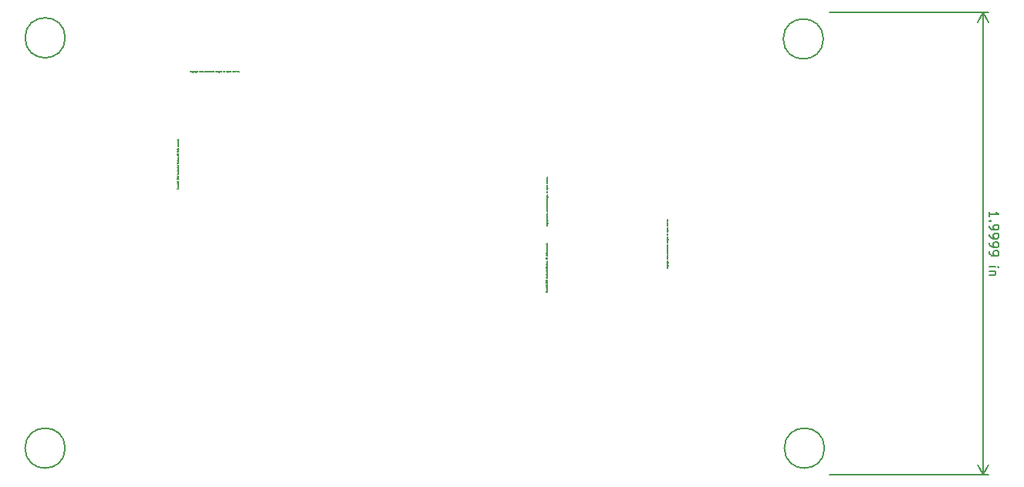
<source format=gbr>
G04 #@! TF.GenerationSoftware,KiCad,Pcbnew,7.0.6*
G04 #@! TF.CreationDate,2023-07-20T11:09:59-06:00*
G04 #@! TF.ProjectId,L1IFStream,4c314946-5374-4726-9561-6d2e6b696361,A*
G04 #@! TF.SameCoordinates,Original*
G04 #@! TF.FileFunction,Other,Comment*
%FSLAX46Y46*%
G04 Gerber Fmt 4.6, Leading zero omitted, Abs format (unit mm)*
G04 Created by KiCad (PCBNEW 7.0.6) date 2023-07-20 11:09:59*
%MOMM*%
%LPD*%
G01*
G04 APERTURE LIST*
%ADD10C,0.150000*%
%ADD11C,0.002000*%
G04 APERTURE END LIST*
D10*
X196343557Y-95244479D02*
X196343499Y-94673050D01*
X196343528Y-94958764D02*
X197343528Y-94958664D01*
X197343528Y-94958664D02*
X197200661Y-94863441D01*
X197200661Y-94863441D02*
X197105414Y-94768212D01*
X197105414Y-94768212D02*
X197057785Y-94672979D01*
X196438838Y-95673041D02*
X196391223Y-95720665D01*
X196391223Y-95720665D02*
X196343599Y-95673050D01*
X196343599Y-95673050D02*
X196391214Y-95625426D01*
X196391214Y-95625426D02*
X196438838Y-95673041D01*
X196438838Y-95673041D02*
X196343599Y-95673050D01*
X196343652Y-96196859D02*
X196343671Y-96387335D01*
X196343671Y-96387335D02*
X196391299Y-96482569D01*
X196391299Y-96482569D02*
X196438923Y-96530183D01*
X196438923Y-96530183D02*
X196581790Y-96625407D01*
X196581790Y-96625407D02*
X196772271Y-96673007D01*
X196772271Y-96673007D02*
X197153223Y-96672969D01*
X197153223Y-96672969D02*
X197248457Y-96625340D01*
X197248457Y-96625340D02*
X197296071Y-96577716D01*
X197296071Y-96577716D02*
X197343680Y-96482474D01*
X197343680Y-96482474D02*
X197343661Y-96291997D01*
X197343661Y-96291997D02*
X197296033Y-96196764D01*
X197296033Y-96196764D02*
X197248409Y-96149150D01*
X197248409Y-96149150D02*
X197153166Y-96101540D01*
X197153166Y-96101540D02*
X196915071Y-96101564D01*
X196915071Y-96101564D02*
X196819838Y-96149193D01*
X196819838Y-96149193D02*
X196772223Y-96196816D01*
X196772223Y-96196816D02*
X196724614Y-96292059D01*
X196724614Y-96292059D02*
X196724633Y-96482535D01*
X196724633Y-96482535D02*
X196772261Y-96577769D01*
X196772261Y-96577769D02*
X196819885Y-96625383D01*
X196819885Y-96625383D02*
X196915128Y-96672993D01*
X196343747Y-97149240D02*
X196343766Y-97339716D01*
X196343766Y-97339716D02*
X196391395Y-97434950D01*
X196391395Y-97434950D02*
X196439018Y-97482564D01*
X196439018Y-97482564D02*
X196581885Y-97577788D01*
X196581885Y-97577788D02*
X196772366Y-97625388D01*
X196772366Y-97625388D02*
X197153318Y-97625350D01*
X197153318Y-97625350D02*
X197248552Y-97577721D01*
X197248552Y-97577721D02*
X197296166Y-97530097D01*
X197296166Y-97530097D02*
X197343776Y-97434855D01*
X197343776Y-97434855D02*
X197343757Y-97244378D01*
X197343757Y-97244378D02*
X197296128Y-97149145D01*
X197296128Y-97149145D02*
X197248504Y-97101531D01*
X197248504Y-97101531D02*
X197153261Y-97053921D01*
X197153261Y-97053921D02*
X196915166Y-97053945D01*
X196915166Y-97053945D02*
X196819933Y-97101574D01*
X196819933Y-97101574D02*
X196772318Y-97149197D01*
X196772318Y-97149197D02*
X196724709Y-97244440D01*
X196724709Y-97244440D02*
X196724728Y-97434916D01*
X196724728Y-97434916D02*
X196772357Y-97530150D01*
X196772357Y-97530150D02*
X196819980Y-97577764D01*
X196819980Y-97577764D02*
X196915223Y-97625374D01*
X196343842Y-98101621D02*
X196343861Y-98292097D01*
X196343861Y-98292097D02*
X196391490Y-98387331D01*
X196391490Y-98387331D02*
X196439114Y-98434945D01*
X196439114Y-98434945D02*
X196581980Y-98530169D01*
X196581980Y-98530169D02*
X196772461Y-98577769D01*
X196772461Y-98577769D02*
X197153414Y-98577731D01*
X197153414Y-98577731D02*
X197248647Y-98530102D01*
X197248647Y-98530102D02*
X197296261Y-98482478D01*
X197296261Y-98482478D02*
X197343871Y-98387236D01*
X197343871Y-98387236D02*
X197343852Y-98196759D01*
X197343852Y-98196759D02*
X197296223Y-98101526D01*
X197296223Y-98101526D02*
X197248599Y-98053912D01*
X197248599Y-98053912D02*
X197153357Y-98006302D01*
X197153357Y-98006302D02*
X196915261Y-98006326D01*
X196915261Y-98006326D02*
X196820028Y-98053955D01*
X196820028Y-98053955D02*
X196772414Y-98101578D01*
X196772414Y-98101578D02*
X196724804Y-98196821D01*
X196724804Y-98196821D02*
X196724823Y-98387297D01*
X196724823Y-98387297D02*
X196772452Y-98482531D01*
X196772452Y-98482531D02*
X196820076Y-98530145D01*
X196820076Y-98530145D02*
X196915319Y-98577755D01*
X196343938Y-99054002D02*
X196343957Y-99244478D01*
X196343957Y-99244478D02*
X196391585Y-99339712D01*
X196391585Y-99339712D02*
X196439209Y-99387326D01*
X196439209Y-99387326D02*
X196582076Y-99482550D01*
X196582076Y-99482550D02*
X196772557Y-99530150D01*
X196772557Y-99530150D02*
X197153509Y-99530112D01*
X197153509Y-99530112D02*
X197248742Y-99482483D01*
X197248742Y-99482483D02*
X197296357Y-99434859D01*
X197296357Y-99434859D02*
X197343966Y-99339617D01*
X197343966Y-99339617D02*
X197343947Y-99149140D01*
X197343947Y-99149140D02*
X197296319Y-99053907D01*
X197296319Y-99053907D02*
X197248695Y-99006293D01*
X197248695Y-99006293D02*
X197153452Y-98958683D01*
X197153452Y-98958683D02*
X196915357Y-98958707D01*
X196915357Y-98958707D02*
X196820123Y-99006336D01*
X196820123Y-99006336D02*
X196772509Y-99053959D01*
X196772509Y-99053959D02*
X196724899Y-99149202D01*
X196724899Y-99149202D02*
X196724919Y-99339678D01*
X196724919Y-99339678D02*
X196772547Y-99434912D01*
X196772547Y-99434912D02*
X196820171Y-99482526D01*
X196820171Y-99482526D02*
X196915414Y-99530136D01*
X196344104Y-100720669D02*
X197010771Y-100720603D01*
X197344104Y-100720569D02*
X197296480Y-100672955D01*
X197296480Y-100672955D02*
X197248866Y-100720579D01*
X197248866Y-100720579D02*
X197296490Y-100768193D01*
X197296490Y-100768193D02*
X197344104Y-100720569D01*
X197344104Y-100720569D02*
X197248866Y-100720579D01*
X197010819Y-101196793D02*
X196344152Y-101196859D01*
X196915580Y-101196802D02*
X196963204Y-101244416D01*
X196963204Y-101244416D02*
X197010833Y-101339650D01*
X197010833Y-101339650D02*
X197010847Y-101482507D01*
X197010847Y-101482507D02*
X196963238Y-101577750D01*
X196963238Y-101577750D02*
X196868004Y-101625378D01*
X196868004Y-101625378D02*
X196344195Y-101625431D01*
X178747420Y-123573540D02*
X196237629Y-123571791D01*
X178742340Y-72776080D02*
X196232549Y-72774331D01*
X195651209Y-123571850D02*
X195646129Y-72774390D01*
X195651209Y-123571850D02*
X195646129Y-72774390D01*
X195651209Y-123571850D02*
X195064676Y-122445405D01*
X195651209Y-123571850D02*
X196237517Y-122445288D01*
X195646129Y-72774390D02*
X196232662Y-73900835D01*
X195646129Y-72774390D02*
X195059821Y-73900952D01*
D11*
X108657166Y-79294553D02*
X108651118Y-79300601D01*
X108651118Y-79300601D02*
X108632976Y-79306648D01*
X108632976Y-79306648D02*
X108620880Y-79306648D01*
X108620880Y-79306648D02*
X108602737Y-79300601D01*
X108602737Y-79300601D02*
X108590642Y-79288505D01*
X108590642Y-79288505D02*
X108584595Y-79276410D01*
X108584595Y-79276410D02*
X108578547Y-79252220D01*
X108578547Y-79252220D02*
X108578547Y-79234077D01*
X108578547Y-79234077D02*
X108584595Y-79209886D01*
X108584595Y-79209886D02*
X108590642Y-79197791D01*
X108590642Y-79197791D02*
X108602737Y-79185696D01*
X108602737Y-79185696D02*
X108620880Y-79179648D01*
X108620880Y-79179648D02*
X108632976Y-79179648D01*
X108632976Y-79179648D02*
X108651118Y-79185696D01*
X108651118Y-79185696D02*
X108657166Y-79191743D01*
X108729737Y-79306648D02*
X108717642Y-79300601D01*
X108717642Y-79300601D02*
X108711595Y-79294553D01*
X108711595Y-79294553D02*
X108705547Y-79282458D01*
X108705547Y-79282458D02*
X108705547Y-79246172D01*
X108705547Y-79246172D02*
X108711595Y-79234077D01*
X108711595Y-79234077D02*
X108717642Y-79228029D01*
X108717642Y-79228029D02*
X108729737Y-79221981D01*
X108729737Y-79221981D02*
X108747880Y-79221981D01*
X108747880Y-79221981D02*
X108759976Y-79228029D01*
X108759976Y-79228029D02*
X108766023Y-79234077D01*
X108766023Y-79234077D02*
X108772071Y-79246172D01*
X108772071Y-79246172D02*
X108772071Y-79282458D01*
X108772071Y-79282458D02*
X108766023Y-79294553D01*
X108766023Y-79294553D02*
X108759976Y-79300601D01*
X108759976Y-79300601D02*
X108747880Y-79306648D01*
X108747880Y-79306648D02*
X108729737Y-79306648D01*
X108826500Y-79221981D02*
X108826500Y-79348981D01*
X108826500Y-79228029D02*
X108838595Y-79221981D01*
X108838595Y-79221981D02*
X108862785Y-79221981D01*
X108862785Y-79221981D02*
X108874881Y-79228029D01*
X108874881Y-79228029D02*
X108880928Y-79234077D01*
X108880928Y-79234077D02*
X108886976Y-79246172D01*
X108886976Y-79246172D02*
X108886976Y-79282458D01*
X108886976Y-79282458D02*
X108880928Y-79294553D01*
X108880928Y-79294553D02*
X108874881Y-79300601D01*
X108874881Y-79300601D02*
X108862785Y-79306648D01*
X108862785Y-79306648D02*
X108838595Y-79306648D01*
X108838595Y-79306648D02*
X108826500Y-79300601D01*
X108929309Y-79221981D02*
X108959547Y-79306648D01*
X108989786Y-79221981D02*
X108959547Y-79306648D01*
X108959547Y-79306648D02*
X108947452Y-79336886D01*
X108947452Y-79336886D02*
X108941405Y-79342934D01*
X108941405Y-79342934D02*
X108929309Y-79348981D01*
X109038167Y-79306648D02*
X109038167Y-79221981D01*
X109038167Y-79246172D02*
X109044214Y-79234077D01*
X109044214Y-79234077D02*
X109050262Y-79228029D01*
X109050262Y-79228029D02*
X109062357Y-79221981D01*
X109062357Y-79221981D02*
X109074452Y-79221981D01*
X109116786Y-79306648D02*
X109116786Y-79221981D01*
X109116786Y-79179648D02*
X109110738Y-79185696D01*
X109110738Y-79185696D02*
X109116786Y-79191743D01*
X109116786Y-79191743D02*
X109122833Y-79185696D01*
X109122833Y-79185696D02*
X109116786Y-79179648D01*
X109116786Y-79179648D02*
X109116786Y-79191743D01*
X109231690Y-79221981D02*
X109231690Y-79324791D01*
X109231690Y-79324791D02*
X109225643Y-79336886D01*
X109225643Y-79336886D02*
X109219595Y-79342934D01*
X109219595Y-79342934D02*
X109207500Y-79348981D01*
X109207500Y-79348981D02*
X109189357Y-79348981D01*
X109189357Y-79348981D02*
X109177262Y-79342934D01*
X109231690Y-79300601D02*
X109219595Y-79306648D01*
X109219595Y-79306648D02*
X109195404Y-79306648D01*
X109195404Y-79306648D02*
X109183309Y-79300601D01*
X109183309Y-79300601D02*
X109177262Y-79294553D01*
X109177262Y-79294553D02*
X109171214Y-79282458D01*
X109171214Y-79282458D02*
X109171214Y-79246172D01*
X109171214Y-79246172D02*
X109177262Y-79234077D01*
X109177262Y-79234077D02*
X109183309Y-79228029D01*
X109183309Y-79228029D02*
X109195404Y-79221981D01*
X109195404Y-79221981D02*
X109219595Y-79221981D01*
X109219595Y-79221981D02*
X109231690Y-79228029D01*
X109292167Y-79306648D02*
X109292167Y-79179648D01*
X109346595Y-79306648D02*
X109346595Y-79240124D01*
X109346595Y-79240124D02*
X109340548Y-79228029D01*
X109340548Y-79228029D02*
X109328452Y-79221981D01*
X109328452Y-79221981D02*
X109310309Y-79221981D01*
X109310309Y-79221981D02*
X109298214Y-79228029D01*
X109298214Y-79228029D02*
X109292167Y-79234077D01*
X109388929Y-79221981D02*
X109437310Y-79221981D01*
X109407072Y-79179648D02*
X109407072Y-79288505D01*
X109407072Y-79288505D02*
X109413119Y-79300601D01*
X109413119Y-79300601D02*
X109425214Y-79306648D01*
X109425214Y-79306648D02*
X109437310Y-79306648D01*
X109570357Y-79191743D02*
X109576405Y-79185696D01*
X109576405Y-79185696D02*
X109588500Y-79179648D01*
X109588500Y-79179648D02*
X109618738Y-79179648D01*
X109618738Y-79179648D02*
X109630833Y-79185696D01*
X109630833Y-79185696D02*
X109636881Y-79191743D01*
X109636881Y-79191743D02*
X109642928Y-79203839D01*
X109642928Y-79203839D02*
X109642928Y-79215934D01*
X109642928Y-79215934D02*
X109636881Y-79234077D01*
X109636881Y-79234077D02*
X109564309Y-79306648D01*
X109564309Y-79306648D02*
X109642928Y-79306648D01*
X109721547Y-79179648D02*
X109733642Y-79179648D01*
X109733642Y-79179648D02*
X109745738Y-79185696D01*
X109745738Y-79185696D02*
X109751785Y-79191743D01*
X109751785Y-79191743D02*
X109757833Y-79203839D01*
X109757833Y-79203839D02*
X109763880Y-79228029D01*
X109763880Y-79228029D02*
X109763880Y-79258267D01*
X109763880Y-79258267D02*
X109757833Y-79282458D01*
X109757833Y-79282458D02*
X109751785Y-79294553D01*
X109751785Y-79294553D02*
X109745738Y-79300601D01*
X109745738Y-79300601D02*
X109733642Y-79306648D01*
X109733642Y-79306648D02*
X109721547Y-79306648D01*
X109721547Y-79306648D02*
X109709452Y-79300601D01*
X109709452Y-79300601D02*
X109703404Y-79294553D01*
X109703404Y-79294553D02*
X109697357Y-79282458D01*
X109697357Y-79282458D02*
X109691309Y-79258267D01*
X109691309Y-79258267D02*
X109691309Y-79228029D01*
X109691309Y-79228029D02*
X109697357Y-79203839D01*
X109697357Y-79203839D02*
X109703404Y-79191743D01*
X109703404Y-79191743D02*
X109709452Y-79185696D01*
X109709452Y-79185696D02*
X109721547Y-79179648D01*
X109884832Y-79306648D02*
X109812261Y-79306648D01*
X109848547Y-79306648D02*
X109848547Y-79179648D01*
X109848547Y-79179648D02*
X109836451Y-79197791D01*
X109836451Y-79197791D02*
X109824356Y-79209886D01*
X109824356Y-79209886D02*
X109812261Y-79215934D01*
X109993689Y-79179648D02*
X109969499Y-79179648D01*
X109969499Y-79179648D02*
X109957403Y-79185696D01*
X109957403Y-79185696D02*
X109951356Y-79191743D01*
X109951356Y-79191743D02*
X109939261Y-79209886D01*
X109939261Y-79209886D02*
X109933213Y-79234077D01*
X109933213Y-79234077D02*
X109933213Y-79282458D01*
X109933213Y-79282458D02*
X109939261Y-79294553D01*
X109939261Y-79294553D02*
X109945308Y-79300601D01*
X109945308Y-79300601D02*
X109957403Y-79306648D01*
X109957403Y-79306648D02*
X109981594Y-79306648D01*
X109981594Y-79306648D02*
X109993689Y-79300601D01*
X109993689Y-79300601D02*
X109999737Y-79294553D01*
X109999737Y-79294553D02*
X110005784Y-79282458D01*
X110005784Y-79282458D02*
X110005784Y-79252220D01*
X110005784Y-79252220D02*
X109999737Y-79240124D01*
X109999737Y-79240124D02*
X109993689Y-79234077D01*
X109993689Y-79234077D02*
X109981594Y-79228029D01*
X109981594Y-79228029D02*
X109957403Y-79228029D01*
X109957403Y-79228029D02*
X109945308Y-79234077D01*
X109945308Y-79234077D02*
X109939261Y-79240124D01*
X109939261Y-79240124D02*
X109933213Y-79252220D01*
X110150927Y-79270362D02*
X110211403Y-79270362D01*
X110138832Y-79306648D02*
X110181165Y-79179648D01*
X110181165Y-79179648D02*
X110223498Y-79306648D01*
X110320260Y-79300601D02*
X110308165Y-79306648D01*
X110308165Y-79306648D02*
X110283974Y-79306648D01*
X110283974Y-79306648D02*
X110271879Y-79300601D01*
X110271879Y-79300601D02*
X110265832Y-79294553D01*
X110265832Y-79294553D02*
X110259784Y-79282458D01*
X110259784Y-79282458D02*
X110259784Y-79246172D01*
X110259784Y-79246172D02*
X110265832Y-79234077D01*
X110265832Y-79234077D02*
X110271879Y-79228029D01*
X110271879Y-79228029D02*
X110283974Y-79221981D01*
X110283974Y-79221981D02*
X110308165Y-79221981D01*
X110308165Y-79221981D02*
X110320260Y-79228029D01*
X110429117Y-79300601D02*
X110417022Y-79306648D01*
X110417022Y-79306648D02*
X110392831Y-79306648D01*
X110392831Y-79306648D02*
X110380736Y-79300601D01*
X110380736Y-79300601D02*
X110374689Y-79294553D01*
X110374689Y-79294553D02*
X110368641Y-79282458D01*
X110368641Y-79282458D02*
X110368641Y-79246172D01*
X110368641Y-79246172D02*
X110374689Y-79234077D01*
X110374689Y-79234077D02*
X110380736Y-79228029D01*
X110380736Y-79228029D02*
X110392831Y-79221981D01*
X110392831Y-79221981D02*
X110417022Y-79221981D01*
X110417022Y-79221981D02*
X110429117Y-79228029D01*
X110531927Y-79300601D02*
X110519831Y-79306648D01*
X110519831Y-79306648D02*
X110495641Y-79306648D01*
X110495641Y-79306648D02*
X110483546Y-79300601D01*
X110483546Y-79300601D02*
X110477498Y-79288505D01*
X110477498Y-79288505D02*
X110477498Y-79240124D01*
X110477498Y-79240124D02*
X110483546Y-79228029D01*
X110483546Y-79228029D02*
X110495641Y-79221981D01*
X110495641Y-79221981D02*
X110519831Y-79221981D01*
X110519831Y-79221981D02*
X110531927Y-79228029D01*
X110531927Y-79228029D02*
X110537974Y-79240124D01*
X110537974Y-79240124D02*
X110537974Y-79252220D01*
X110537974Y-79252220D02*
X110477498Y-79264315D01*
X110610545Y-79306648D02*
X110598450Y-79300601D01*
X110598450Y-79300601D02*
X110592403Y-79288505D01*
X110592403Y-79288505D02*
X110592403Y-79179648D01*
X110707308Y-79300601D02*
X110695212Y-79306648D01*
X110695212Y-79306648D02*
X110671022Y-79306648D01*
X110671022Y-79306648D02*
X110658927Y-79300601D01*
X110658927Y-79300601D02*
X110652879Y-79288505D01*
X110652879Y-79288505D02*
X110652879Y-79240124D01*
X110652879Y-79240124D02*
X110658927Y-79228029D01*
X110658927Y-79228029D02*
X110671022Y-79221981D01*
X110671022Y-79221981D02*
X110695212Y-79221981D01*
X110695212Y-79221981D02*
X110707308Y-79228029D01*
X110707308Y-79228029D02*
X110713355Y-79240124D01*
X110713355Y-79240124D02*
X110713355Y-79252220D01*
X110713355Y-79252220D02*
X110652879Y-79264315D01*
X110767784Y-79306648D02*
X110767784Y-79221981D01*
X110767784Y-79246172D02*
X110773831Y-79234077D01*
X110773831Y-79234077D02*
X110779879Y-79228029D01*
X110779879Y-79228029D02*
X110791974Y-79221981D01*
X110791974Y-79221981D02*
X110804069Y-79221981D01*
X110900831Y-79306648D02*
X110900831Y-79240124D01*
X110900831Y-79240124D02*
X110894784Y-79228029D01*
X110894784Y-79228029D02*
X110882688Y-79221981D01*
X110882688Y-79221981D02*
X110858498Y-79221981D01*
X110858498Y-79221981D02*
X110846403Y-79228029D01*
X110900831Y-79300601D02*
X110888736Y-79306648D01*
X110888736Y-79306648D02*
X110858498Y-79306648D01*
X110858498Y-79306648D02*
X110846403Y-79300601D01*
X110846403Y-79300601D02*
X110840355Y-79288505D01*
X110840355Y-79288505D02*
X110840355Y-79276410D01*
X110840355Y-79276410D02*
X110846403Y-79264315D01*
X110846403Y-79264315D02*
X110858498Y-79258267D01*
X110858498Y-79258267D02*
X110888736Y-79258267D01*
X110888736Y-79258267D02*
X110900831Y-79252220D01*
X110943165Y-79221981D02*
X110991546Y-79221981D01*
X110961308Y-79179648D02*
X110961308Y-79288505D01*
X110961308Y-79288505D02*
X110967355Y-79300601D01*
X110967355Y-79300601D02*
X110979450Y-79306648D01*
X110979450Y-79306648D02*
X110991546Y-79306648D01*
X111082260Y-79300601D02*
X111070164Y-79306648D01*
X111070164Y-79306648D02*
X111045974Y-79306648D01*
X111045974Y-79306648D02*
X111033879Y-79300601D01*
X111033879Y-79300601D02*
X111027831Y-79288505D01*
X111027831Y-79288505D02*
X111027831Y-79240124D01*
X111027831Y-79240124D02*
X111033879Y-79228029D01*
X111033879Y-79228029D02*
X111045974Y-79221981D01*
X111045974Y-79221981D02*
X111070164Y-79221981D01*
X111070164Y-79221981D02*
X111082260Y-79228029D01*
X111082260Y-79228029D02*
X111088307Y-79240124D01*
X111088307Y-79240124D02*
X111088307Y-79252220D01*
X111088307Y-79252220D02*
X111027831Y-79264315D01*
X111197164Y-79306648D02*
X111197164Y-79179648D01*
X111197164Y-79300601D02*
X111185069Y-79306648D01*
X111185069Y-79306648D02*
X111160878Y-79306648D01*
X111160878Y-79306648D02*
X111148783Y-79300601D01*
X111148783Y-79300601D02*
X111142736Y-79294553D01*
X111142736Y-79294553D02*
X111136688Y-79282458D01*
X111136688Y-79282458D02*
X111136688Y-79246172D01*
X111136688Y-79246172D02*
X111142736Y-79234077D01*
X111142736Y-79234077D02*
X111148783Y-79228029D01*
X111148783Y-79228029D02*
X111160878Y-79221981D01*
X111160878Y-79221981D02*
X111185069Y-79221981D01*
X111185069Y-79221981D02*
X111197164Y-79228029D01*
X111354403Y-79306648D02*
X111354403Y-79179648D01*
X111354403Y-79179648D02*
X111384641Y-79179648D01*
X111384641Y-79179648D02*
X111402784Y-79185696D01*
X111402784Y-79185696D02*
X111414879Y-79197791D01*
X111414879Y-79197791D02*
X111420926Y-79209886D01*
X111420926Y-79209886D02*
X111426974Y-79234077D01*
X111426974Y-79234077D02*
X111426974Y-79252220D01*
X111426974Y-79252220D02*
X111420926Y-79276410D01*
X111420926Y-79276410D02*
X111414879Y-79288505D01*
X111414879Y-79288505D02*
X111402784Y-79300601D01*
X111402784Y-79300601D02*
X111384641Y-79306648D01*
X111384641Y-79306648D02*
X111354403Y-79306648D01*
X111529784Y-79300601D02*
X111517688Y-79306648D01*
X111517688Y-79306648D02*
X111493498Y-79306648D01*
X111493498Y-79306648D02*
X111481403Y-79300601D01*
X111481403Y-79300601D02*
X111475355Y-79288505D01*
X111475355Y-79288505D02*
X111475355Y-79240124D01*
X111475355Y-79240124D02*
X111481403Y-79228029D01*
X111481403Y-79228029D02*
X111493498Y-79221981D01*
X111493498Y-79221981D02*
X111517688Y-79221981D01*
X111517688Y-79221981D02*
X111529784Y-79228029D01*
X111529784Y-79228029D02*
X111535831Y-79240124D01*
X111535831Y-79240124D02*
X111535831Y-79252220D01*
X111535831Y-79252220D02*
X111475355Y-79264315D01*
X111584212Y-79300601D02*
X111596307Y-79306648D01*
X111596307Y-79306648D02*
X111620498Y-79306648D01*
X111620498Y-79306648D02*
X111632593Y-79300601D01*
X111632593Y-79300601D02*
X111638641Y-79288505D01*
X111638641Y-79288505D02*
X111638641Y-79282458D01*
X111638641Y-79282458D02*
X111632593Y-79270362D01*
X111632593Y-79270362D02*
X111620498Y-79264315D01*
X111620498Y-79264315D02*
X111602355Y-79264315D01*
X111602355Y-79264315D02*
X111590260Y-79258267D01*
X111590260Y-79258267D02*
X111584212Y-79246172D01*
X111584212Y-79246172D02*
X111584212Y-79240124D01*
X111584212Y-79240124D02*
X111590260Y-79228029D01*
X111590260Y-79228029D02*
X111602355Y-79221981D01*
X111602355Y-79221981D02*
X111620498Y-79221981D01*
X111620498Y-79221981D02*
X111632593Y-79228029D01*
X111693070Y-79306648D02*
X111693070Y-79221981D01*
X111693070Y-79179648D02*
X111687022Y-79185696D01*
X111687022Y-79185696D02*
X111693070Y-79191743D01*
X111693070Y-79191743D02*
X111699117Y-79185696D01*
X111699117Y-79185696D02*
X111693070Y-79179648D01*
X111693070Y-79179648D02*
X111693070Y-79191743D01*
X111807974Y-79221981D02*
X111807974Y-79324791D01*
X111807974Y-79324791D02*
X111801927Y-79336886D01*
X111801927Y-79336886D02*
X111795879Y-79342934D01*
X111795879Y-79342934D02*
X111783784Y-79348981D01*
X111783784Y-79348981D02*
X111765641Y-79348981D01*
X111765641Y-79348981D02*
X111753546Y-79342934D01*
X111807974Y-79300601D02*
X111795879Y-79306648D01*
X111795879Y-79306648D02*
X111771688Y-79306648D01*
X111771688Y-79306648D02*
X111759593Y-79300601D01*
X111759593Y-79300601D02*
X111753546Y-79294553D01*
X111753546Y-79294553D02*
X111747498Y-79282458D01*
X111747498Y-79282458D02*
X111747498Y-79246172D01*
X111747498Y-79246172D02*
X111753546Y-79234077D01*
X111753546Y-79234077D02*
X111759593Y-79228029D01*
X111759593Y-79228029D02*
X111771688Y-79221981D01*
X111771688Y-79221981D02*
X111795879Y-79221981D01*
X111795879Y-79221981D02*
X111807974Y-79228029D01*
X111868451Y-79221981D02*
X111868451Y-79306648D01*
X111868451Y-79234077D02*
X111874498Y-79228029D01*
X111874498Y-79228029D02*
X111886593Y-79221981D01*
X111886593Y-79221981D02*
X111904736Y-79221981D01*
X111904736Y-79221981D02*
X111916832Y-79228029D01*
X111916832Y-79228029D02*
X111922879Y-79240124D01*
X111922879Y-79240124D02*
X111922879Y-79306648D01*
X111977308Y-79300601D02*
X111989403Y-79306648D01*
X111989403Y-79306648D02*
X112013594Y-79306648D01*
X112013594Y-79306648D02*
X112025689Y-79300601D01*
X112025689Y-79300601D02*
X112031737Y-79288505D01*
X112031737Y-79288505D02*
X112031737Y-79282458D01*
X112031737Y-79282458D02*
X112025689Y-79270362D01*
X112025689Y-79270362D02*
X112013594Y-79264315D01*
X112013594Y-79264315D02*
X111995451Y-79264315D01*
X111995451Y-79264315D02*
X111983356Y-79258267D01*
X111983356Y-79258267D02*
X111977308Y-79246172D01*
X111977308Y-79246172D02*
X111977308Y-79240124D01*
X111977308Y-79240124D02*
X111983356Y-79228029D01*
X111983356Y-79228029D02*
X111995451Y-79221981D01*
X111995451Y-79221981D02*
X112013594Y-79221981D01*
X112013594Y-79221981D02*
X112025689Y-79228029D01*
X112086166Y-79294553D02*
X112092213Y-79300601D01*
X112092213Y-79300601D02*
X112086166Y-79306648D01*
X112086166Y-79306648D02*
X112080118Y-79300601D01*
X112080118Y-79300601D02*
X112086166Y-79294553D01*
X112086166Y-79294553D02*
X112086166Y-79306648D01*
X112237356Y-79270362D02*
X112297832Y-79270362D01*
X112225261Y-79306648D02*
X112267594Y-79179648D01*
X112267594Y-79179648D02*
X112309927Y-79306648D01*
X112370403Y-79306648D02*
X112358308Y-79300601D01*
X112358308Y-79300601D02*
X112352261Y-79288505D01*
X112352261Y-79288505D02*
X112352261Y-79179648D01*
X112436927Y-79306648D02*
X112424832Y-79300601D01*
X112424832Y-79300601D02*
X112418785Y-79288505D01*
X112418785Y-79288505D02*
X112418785Y-79179648D01*
X112582071Y-79306648D02*
X112582071Y-79221981D01*
X112582071Y-79246172D02*
X112588118Y-79234077D01*
X112588118Y-79234077D02*
X112594166Y-79228029D01*
X112594166Y-79228029D02*
X112606261Y-79221981D01*
X112606261Y-79221981D02*
X112618356Y-79221981D01*
X112660690Y-79306648D02*
X112660690Y-79221981D01*
X112660690Y-79179648D02*
X112654642Y-79185696D01*
X112654642Y-79185696D02*
X112660690Y-79191743D01*
X112660690Y-79191743D02*
X112666737Y-79185696D01*
X112666737Y-79185696D02*
X112660690Y-79179648D01*
X112660690Y-79179648D02*
X112660690Y-79191743D01*
X112775594Y-79221981D02*
X112775594Y-79324791D01*
X112775594Y-79324791D02*
X112769547Y-79336886D01*
X112769547Y-79336886D02*
X112763499Y-79342934D01*
X112763499Y-79342934D02*
X112751404Y-79348981D01*
X112751404Y-79348981D02*
X112733261Y-79348981D01*
X112733261Y-79348981D02*
X112721166Y-79342934D01*
X112775594Y-79300601D02*
X112763499Y-79306648D01*
X112763499Y-79306648D02*
X112739308Y-79306648D01*
X112739308Y-79306648D02*
X112727213Y-79300601D01*
X112727213Y-79300601D02*
X112721166Y-79294553D01*
X112721166Y-79294553D02*
X112715118Y-79282458D01*
X112715118Y-79282458D02*
X112715118Y-79246172D01*
X112715118Y-79246172D02*
X112721166Y-79234077D01*
X112721166Y-79234077D02*
X112727213Y-79228029D01*
X112727213Y-79228029D02*
X112739308Y-79221981D01*
X112739308Y-79221981D02*
X112763499Y-79221981D01*
X112763499Y-79221981D02*
X112775594Y-79228029D01*
X112836071Y-79306648D02*
X112836071Y-79179648D01*
X112890499Y-79306648D02*
X112890499Y-79240124D01*
X112890499Y-79240124D02*
X112884452Y-79228029D01*
X112884452Y-79228029D02*
X112872356Y-79221981D01*
X112872356Y-79221981D02*
X112854213Y-79221981D01*
X112854213Y-79221981D02*
X112842118Y-79228029D01*
X112842118Y-79228029D02*
X112836071Y-79234077D01*
X112932833Y-79221981D02*
X112981214Y-79221981D01*
X112950976Y-79179648D02*
X112950976Y-79288505D01*
X112950976Y-79288505D02*
X112957023Y-79300601D01*
X112957023Y-79300601D02*
X112969118Y-79306648D01*
X112969118Y-79306648D02*
X112981214Y-79306648D01*
X113017499Y-79300601D02*
X113029594Y-79306648D01*
X113029594Y-79306648D02*
X113053785Y-79306648D01*
X113053785Y-79306648D02*
X113065880Y-79300601D01*
X113065880Y-79300601D02*
X113071928Y-79288505D01*
X113071928Y-79288505D02*
X113071928Y-79282458D01*
X113071928Y-79282458D02*
X113065880Y-79270362D01*
X113065880Y-79270362D02*
X113053785Y-79264315D01*
X113053785Y-79264315D02*
X113035642Y-79264315D01*
X113035642Y-79264315D02*
X113023547Y-79258267D01*
X113023547Y-79258267D02*
X113017499Y-79246172D01*
X113017499Y-79246172D02*
X113017499Y-79240124D01*
X113017499Y-79240124D02*
X113023547Y-79228029D01*
X113023547Y-79228029D02*
X113035642Y-79221981D01*
X113035642Y-79221981D02*
X113053785Y-79221981D01*
X113053785Y-79221981D02*
X113065880Y-79228029D01*
X113223119Y-79306648D02*
X113223119Y-79221981D01*
X113223119Y-79246172D02*
X113229166Y-79234077D01*
X113229166Y-79234077D02*
X113235214Y-79228029D01*
X113235214Y-79228029D02*
X113247309Y-79221981D01*
X113247309Y-79221981D02*
X113259404Y-79221981D01*
X113350119Y-79300601D02*
X113338023Y-79306648D01*
X113338023Y-79306648D02*
X113313833Y-79306648D01*
X113313833Y-79306648D02*
X113301738Y-79300601D01*
X113301738Y-79300601D02*
X113295690Y-79288505D01*
X113295690Y-79288505D02*
X113295690Y-79240124D01*
X113295690Y-79240124D02*
X113301738Y-79228029D01*
X113301738Y-79228029D02*
X113313833Y-79221981D01*
X113313833Y-79221981D02*
X113338023Y-79221981D01*
X113338023Y-79221981D02*
X113350119Y-79228029D01*
X113350119Y-79228029D02*
X113356166Y-79240124D01*
X113356166Y-79240124D02*
X113356166Y-79252220D01*
X113356166Y-79252220D02*
X113295690Y-79264315D01*
X113404547Y-79300601D02*
X113416642Y-79306648D01*
X113416642Y-79306648D02*
X113440833Y-79306648D01*
X113440833Y-79306648D02*
X113452928Y-79300601D01*
X113452928Y-79300601D02*
X113458976Y-79288505D01*
X113458976Y-79288505D02*
X113458976Y-79282458D01*
X113458976Y-79282458D02*
X113452928Y-79270362D01*
X113452928Y-79270362D02*
X113440833Y-79264315D01*
X113440833Y-79264315D02*
X113422690Y-79264315D01*
X113422690Y-79264315D02*
X113410595Y-79258267D01*
X113410595Y-79258267D02*
X113404547Y-79246172D01*
X113404547Y-79246172D02*
X113404547Y-79240124D01*
X113404547Y-79240124D02*
X113410595Y-79228029D01*
X113410595Y-79228029D02*
X113422690Y-79221981D01*
X113422690Y-79221981D02*
X113440833Y-79221981D01*
X113440833Y-79221981D02*
X113452928Y-79228029D01*
X113561786Y-79300601D02*
X113549690Y-79306648D01*
X113549690Y-79306648D02*
X113525500Y-79306648D01*
X113525500Y-79306648D02*
X113513405Y-79300601D01*
X113513405Y-79300601D02*
X113507357Y-79288505D01*
X113507357Y-79288505D02*
X113507357Y-79240124D01*
X113507357Y-79240124D02*
X113513405Y-79228029D01*
X113513405Y-79228029D02*
X113525500Y-79221981D01*
X113525500Y-79221981D02*
X113549690Y-79221981D01*
X113549690Y-79221981D02*
X113561786Y-79228029D01*
X113561786Y-79228029D02*
X113567833Y-79240124D01*
X113567833Y-79240124D02*
X113567833Y-79252220D01*
X113567833Y-79252220D02*
X113507357Y-79264315D01*
X113622262Y-79306648D02*
X113622262Y-79221981D01*
X113622262Y-79246172D02*
X113628309Y-79234077D01*
X113628309Y-79234077D02*
X113634357Y-79228029D01*
X113634357Y-79228029D02*
X113646452Y-79221981D01*
X113646452Y-79221981D02*
X113658547Y-79221981D01*
X113688785Y-79221981D02*
X113719023Y-79306648D01*
X113719023Y-79306648D02*
X113749262Y-79221981D01*
X113846024Y-79300601D02*
X113833928Y-79306648D01*
X113833928Y-79306648D02*
X113809738Y-79306648D01*
X113809738Y-79306648D02*
X113797643Y-79300601D01*
X113797643Y-79300601D02*
X113791595Y-79288505D01*
X113791595Y-79288505D02*
X113791595Y-79240124D01*
X113791595Y-79240124D02*
X113797643Y-79228029D01*
X113797643Y-79228029D02*
X113809738Y-79221981D01*
X113809738Y-79221981D02*
X113833928Y-79221981D01*
X113833928Y-79221981D02*
X113846024Y-79228029D01*
X113846024Y-79228029D02*
X113852071Y-79240124D01*
X113852071Y-79240124D02*
X113852071Y-79252220D01*
X113852071Y-79252220D02*
X113791595Y-79264315D01*
X113960928Y-79306648D02*
X113960928Y-79179648D01*
X113960928Y-79300601D02*
X113948833Y-79306648D01*
X113948833Y-79306648D02*
X113924642Y-79306648D01*
X113924642Y-79306648D02*
X113912547Y-79300601D01*
X113912547Y-79300601D02*
X113906500Y-79294553D01*
X113906500Y-79294553D02*
X113900452Y-79282458D01*
X113900452Y-79282458D02*
X113900452Y-79246172D01*
X113900452Y-79246172D02*
X113906500Y-79234077D01*
X113906500Y-79234077D02*
X113912547Y-79228029D01*
X113912547Y-79228029D02*
X113924642Y-79221981D01*
X113924642Y-79221981D02*
X113948833Y-79221981D01*
X113948833Y-79221981D02*
X113960928Y-79228029D01*
X114021405Y-79294553D02*
X114027452Y-79300601D01*
X114027452Y-79300601D02*
X114021405Y-79306648D01*
X114021405Y-79306648D02*
X114015357Y-79300601D01*
X114015357Y-79300601D02*
X114021405Y-79294553D01*
X114021405Y-79294553D02*
X114021405Y-79306648D01*
X107285553Y-92053833D02*
X107291601Y-92059881D01*
X107291601Y-92059881D02*
X107297648Y-92078023D01*
X107297648Y-92078023D02*
X107297648Y-92090119D01*
X107297648Y-92090119D02*
X107291601Y-92108262D01*
X107291601Y-92108262D02*
X107279505Y-92120357D01*
X107279505Y-92120357D02*
X107267410Y-92126404D01*
X107267410Y-92126404D02*
X107243220Y-92132452D01*
X107243220Y-92132452D02*
X107225077Y-92132452D01*
X107225077Y-92132452D02*
X107200886Y-92126404D01*
X107200886Y-92126404D02*
X107188791Y-92120357D01*
X107188791Y-92120357D02*
X107176696Y-92108262D01*
X107176696Y-92108262D02*
X107170648Y-92090119D01*
X107170648Y-92090119D02*
X107170648Y-92078023D01*
X107170648Y-92078023D02*
X107176696Y-92059881D01*
X107176696Y-92059881D02*
X107182743Y-92053833D01*
X107297648Y-91981262D02*
X107291601Y-91993357D01*
X107291601Y-91993357D02*
X107285553Y-91999404D01*
X107285553Y-91999404D02*
X107273458Y-92005452D01*
X107273458Y-92005452D02*
X107237172Y-92005452D01*
X107237172Y-92005452D02*
X107225077Y-91999404D01*
X107225077Y-91999404D02*
X107219029Y-91993357D01*
X107219029Y-91993357D02*
X107212981Y-91981262D01*
X107212981Y-91981262D02*
X107212981Y-91963119D01*
X107212981Y-91963119D02*
X107219029Y-91951023D01*
X107219029Y-91951023D02*
X107225077Y-91944976D01*
X107225077Y-91944976D02*
X107237172Y-91938928D01*
X107237172Y-91938928D02*
X107273458Y-91938928D01*
X107273458Y-91938928D02*
X107285553Y-91944976D01*
X107285553Y-91944976D02*
X107291601Y-91951023D01*
X107291601Y-91951023D02*
X107297648Y-91963119D01*
X107297648Y-91963119D02*
X107297648Y-91981262D01*
X107212981Y-91884499D02*
X107339981Y-91884499D01*
X107219029Y-91884499D02*
X107212981Y-91872404D01*
X107212981Y-91872404D02*
X107212981Y-91848214D01*
X107212981Y-91848214D02*
X107219029Y-91836118D01*
X107219029Y-91836118D02*
X107225077Y-91830071D01*
X107225077Y-91830071D02*
X107237172Y-91824023D01*
X107237172Y-91824023D02*
X107273458Y-91824023D01*
X107273458Y-91824023D02*
X107285553Y-91830071D01*
X107285553Y-91830071D02*
X107291601Y-91836118D01*
X107291601Y-91836118D02*
X107297648Y-91848214D01*
X107297648Y-91848214D02*
X107297648Y-91872404D01*
X107297648Y-91872404D02*
X107291601Y-91884499D01*
X107212981Y-91781690D02*
X107297648Y-91751452D01*
X107212981Y-91721213D02*
X107297648Y-91751452D01*
X107297648Y-91751452D02*
X107327886Y-91763547D01*
X107327886Y-91763547D02*
X107333934Y-91769594D01*
X107333934Y-91769594D02*
X107339981Y-91781690D01*
X107297648Y-91672832D02*
X107212981Y-91672832D01*
X107237172Y-91672832D02*
X107225077Y-91666785D01*
X107225077Y-91666785D02*
X107219029Y-91660737D01*
X107219029Y-91660737D02*
X107212981Y-91648642D01*
X107212981Y-91648642D02*
X107212981Y-91636547D01*
X107297648Y-91594213D02*
X107212981Y-91594213D01*
X107170648Y-91594213D02*
X107176696Y-91600261D01*
X107176696Y-91600261D02*
X107182743Y-91594213D01*
X107182743Y-91594213D02*
X107176696Y-91588166D01*
X107176696Y-91588166D02*
X107170648Y-91594213D01*
X107170648Y-91594213D02*
X107182743Y-91594213D01*
X107212981Y-91479309D02*
X107315791Y-91479309D01*
X107315791Y-91479309D02*
X107327886Y-91485356D01*
X107327886Y-91485356D02*
X107333934Y-91491404D01*
X107333934Y-91491404D02*
X107339981Y-91503499D01*
X107339981Y-91503499D02*
X107339981Y-91521642D01*
X107339981Y-91521642D02*
X107333934Y-91533737D01*
X107291601Y-91479309D02*
X107297648Y-91491404D01*
X107297648Y-91491404D02*
X107297648Y-91515595D01*
X107297648Y-91515595D02*
X107291601Y-91527690D01*
X107291601Y-91527690D02*
X107285553Y-91533737D01*
X107285553Y-91533737D02*
X107273458Y-91539785D01*
X107273458Y-91539785D02*
X107237172Y-91539785D01*
X107237172Y-91539785D02*
X107225077Y-91533737D01*
X107225077Y-91533737D02*
X107219029Y-91527690D01*
X107219029Y-91527690D02*
X107212981Y-91515595D01*
X107212981Y-91515595D02*
X107212981Y-91491404D01*
X107212981Y-91491404D02*
X107219029Y-91479309D01*
X107297648Y-91418832D02*
X107170648Y-91418832D01*
X107297648Y-91364404D02*
X107231124Y-91364404D01*
X107231124Y-91364404D02*
X107219029Y-91370451D01*
X107219029Y-91370451D02*
X107212981Y-91382547D01*
X107212981Y-91382547D02*
X107212981Y-91400690D01*
X107212981Y-91400690D02*
X107219029Y-91412785D01*
X107219029Y-91412785D02*
X107225077Y-91418832D01*
X107212981Y-91322070D02*
X107212981Y-91273689D01*
X107170648Y-91303927D02*
X107279505Y-91303927D01*
X107279505Y-91303927D02*
X107291601Y-91297880D01*
X107291601Y-91297880D02*
X107297648Y-91285785D01*
X107297648Y-91285785D02*
X107297648Y-91273689D01*
X107182743Y-91140642D02*
X107176696Y-91134594D01*
X107176696Y-91134594D02*
X107170648Y-91122499D01*
X107170648Y-91122499D02*
X107170648Y-91092261D01*
X107170648Y-91092261D02*
X107176696Y-91080166D01*
X107176696Y-91080166D02*
X107182743Y-91074118D01*
X107182743Y-91074118D02*
X107194839Y-91068071D01*
X107194839Y-91068071D02*
X107206934Y-91068071D01*
X107206934Y-91068071D02*
X107225077Y-91074118D01*
X107225077Y-91074118D02*
X107297648Y-91146690D01*
X107297648Y-91146690D02*
X107297648Y-91068071D01*
X107170648Y-90989452D02*
X107170648Y-90977357D01*
X107170648Y-90977357D02*
X107176696Y-90965261D01*
X107176696Y-90965261D02*
X107182743Y-90959214D01*
X107182743Y-90959214D02*
X107194839Y-90953166D01*
X107194839Y-90953166D02*
X107219029Y-90947119D01*
X107219029Y-90947119D02*
X107249267Y-90947119D01*
X107249267Y-90947119D02*
X107273458Y-90953166D01*
X107273458Y-90953166D02*
X107285553Y-90959214D01*
X107285553Y-90959214D02*
X107291601Y-90965261D01*
X107291601Y-90965261D02*
X107297648Y-90977357D01*
X107297648Y-90977357D02*
X107297648Y-90989452D01*
X107297648Y-90989452D02*
X107291601Y-91001547D01*
X107291601Y-91001547D02*
X107285553Y-91007595D01*
X107285553Y-91007595D02*
X107273458Y-91013642D01*
X107273458Y-91013642D02*
X107249267Y-91019690D01*
X107249267Y-91019690D02*
X107219029Y-91019690D01*
X107219029Y-91019690D02*
X107194839Y-91013642D01*
X107194839Y-91013642D02*
X107182743Y-91007595D01*
X107182743Y-91007595D02*
X107176696Y-91001547D01*
X107176696Y-91001547D02*
X107170648Y-90989452D01*
X107297648Y-90826167D02*
X107297648Y-90898738D01*
X107297648Y-90862452D02*
X107170648Y-90862452D01*
X107170648Y-90862452D02*
X107188791Y-90874548D01*
X107188791Y-90874548D02*
X107200886Y-90886643D01*
X107200886Y-90886643D02*
X107206934Y-90898738D01*
X107170648Y-90717310D02*
X107170648Y-90741500D01*
X107170648Y-90741500D02*
X107176696Y-90753596D01*
X107176696Y-90753596D02*
X107182743Y-90759643D01*
X107182743Y-90759643D02*
X107200886Y-90771738D01*
X107200886Y-90771738D02*
X107225077Y-90777786D01*
X107225077Y-90777786D02*
X107273458Y-90777786D01*
X107273458Y-90777786D02*
X107285553Y-90771738D01*
X107285553Y-90771738D02*
X107291601Y-90765691D01*
X107291601Y-90765691D02*
X107297648Y-90753596D01*
X107297648Y-90753596D02*
X107297648Y-90729405D01*
X107297648Y-90729405D02*
X107291601Y-90717310D01*
X107291601Y-90717310D02*
X107285553Y-90711262D01*
X107285553Y-90711262D02*
X107273458Y-90705215D01*
X107273458Y-90705215D02*
X107243220Y-90705215D01*
X107243220Y-90705215D02*
X107231124Y-90711262D01*
X107231124Y-90711262D02*
X107225077Y-90717310D01*
X107225077Y-90717310D02*
X107219029Y-90729405D01*
X107219029Y-90729405D02*
X107219029Y-90753596D01*
X107219029Y-90753596D02*
X107225077Y-90765691D01*
X107225077Y-90765691D02*
X107231124Y-90771738D01*
X107231124Y-90771738D02*
X107243220Y-90777786D01*
X107261362Y-90560072D02*
X107261362Y-90499596D01*
X107297648Y-90572167D02*
X107170648Y-90529834D01*
X107170648Y-90529834D02*
X107297648Y-90487501D01*
X107291601Y-90390739D02*
X107297648Y-90402834D01*
X107297648Y-90402834D02*
X107297648Y-90427025D01*
X107297648Y-90427025D02*
X107291601Y-90439120D01*
X107291601Y-90439120D02*
X107285553Y-90445167D01*
X107285553Y-90445167D02*
X107273458Y-90451215D01*
X107273458Y-90451215D02*
X107237172Y-90451215D01*
X107237172Y-90451215D02*
X107225077Y-90445167D01*
X107225077Y-90445167D02*
X107219029Y-90439120D01*
X107219029Y-90439120D02*
X107212981Y-90427025D01*
X107212981Y-90427025D02*
X107212981Y-90402834D01*
X107212981Y-90402834D02*
X107219029Y-90390739D01*
X107291601Y-90281882D02*
X107297648Y-90293977D01*
X107297648Y-90293977D02*
X107297648Y-90318168D01*
X107297648Y-90318168D02*
X107291601Y-90330263D01*
X107291601Y-90330263D02*
X107285553Y-90336310D01*
X107285553Y-90336310D02*
X107273458Y-90342358D01*
X107273458Y-90342358D02*
X107237172Y-90342358D01*
X107237172Y-90342358D02*
X107225077Y-90336310D01*
X107225077Y-90336310D02*
X107219029Y-90330263D01*
X107219029Y-90330263D02*
X107212981Y-90318168D01*
X107212981Y-90318168D02*
X107212981Y-90293977D01*
X107212981Y-90293977D02*
X107219029Y-90281882D01*
X107291601Y-90179072D02*
X107297648Y-90191168D01*
X107297648Y-90191168D02*
X107297648Y-90215358D01*
X107297648Y-90215358D02*
X107291601Y-90227453D01*
X107291601Y-90227453D02*
X107279505Y-90233501D01*
X107279505Y-90233501D02*
X107231124Y-90233501D01*
X107231124Y-90233501D02*
X107219029Y-90227453D01*
X107219029Y-90227453D02*
X107212981Y-90215358D01*
X107212981Y-90215358D02*
X107212981Y-90191168D01*
X107212981Y-90191168D02*
X107219029Y-90179072D01*
X107219029Y-90179072D02*
X107231124Y-90173025D01*
X107231124Y-90173025D02*
X107243220Y-90173025D01*
X107243220Y-90173025D02*
X107255315Y-90233501D01*
X107297648Y-90100454D02*
X107291601Y-90112549D01*
X107291601Y-90112549D02*
X107279505Y-90118596D01*
X107279505Y-90118596D02*
X107170648Y-90118596D01*
X107291601Y-90003691D02*
X107297648Y-90015787D01*
X107297648Y-90015787D02*
X107297648Y-90039977D01*
X107297648Y-90039977D02*
X107291601Y-90052072D01*
X107291601Y-90052072D02*
X107279505Y-90058120D01*
X107279505Y-90058120D02*
X107231124Y-90058120D01*
X107231124Y-90058120D02*
X107219029Y-90052072D01*
X107219029Y-90052072D02*
X107212981Y-90039977D01*
X107212981Y-90039977D02*
X107212981Y-90015787D01*
X107212981Y-90015787D02*
X107219029Y-90003691D01*
X107219029Y-90003691D02*
X107231124Y-89997644D01*
X107231124Y-89997644D02*
X107243220Y-89997644D01*
X107243220Y-89997644D02*
X107255315Y-90058120D01*
X107297648Y-89943215D02*
X107212981Y-89943215D01*
X107237172Y-89943215D02*
X107225077Y-89937168D01*
X107225077Y-89937168D02*
X107219029Y-89931120D01*
X107219029Y-89931120D02*
X107212981Y-89919025D01*
X107212981Y-89919025D02*
X107212981Y-89906930D01*
X107297648Y-89810168D02*
X107231124Y-89810168D01*
X107231124Y-89810168D02*
X107219029Y-89816215D01*
X107219029Y-89816215D02*
X107212981Y-89828311D01*
X107212981Y-89828311D02*
X107212981Y-89852501D01*
X107212981Y-89852501D02*
X107219029Y-89864596D01*
X107291601Y-89810168D02*
X107297648Y-89822263D01*
X107297648Y-89822263D02*
X107297648Y-89852501D01*
X107297648Y-89852501D02*
X107291601Y-89864596D01*
X107291601Y-89864596D02*
X107279505Y-89870644D01*
X107279505Y-89870644D02*
X107267410Y-89870644D01*
X107267410Y-89870644D02*
X107255315Y-89864596D01*
X107255315Y-89864596D02*
X107249267Y-89852501D01*
X107249267Y-89852501D02*
X107249267Y-89822263D01*
X107249267Y-89822263D02*
X107243220Y-89810168D01*
X107212981Y-89767834D02*
X107212981Y-89719453D01*
X107170648Y-89749691D02*
X107279505Y-89749691D01*
X107279505Y-89749691D02*
X107291601Y-89743644D01*
X107291601Y-89743644D02*
X107297648Y-89731549D01*
X107297648Y-89731549D02*
X107297648Y-89719453D01*
X107291601Y-89628739D02*
X107297648Y-89640835D01*
X107297648Y-89640835D02*
X107297648Y-89665025D01*
X107297648Y-89665025D02*
X107291601Y-89677120D01*
X107291601Y-89677120D02*
X107279505Y-89683168D01*
X107279505Y-89683168D02*
X107231124Y-89683168D01*
X107231124Y-89683168D02*
X107219029Y-89677120D01*
X107219029Y-89677120D02*
X107212981Y-89665025D01*
X107212981Y-89665025D02*
X107212981Y-89640835D01*
X107212981Y-89640835D02*
X107219029Y-89628739D01*
X107219029Y-89628739D02*
X107231124Y-89622692D01*
X107231124Y-89622692D02*
X107243220Y-89622692D01*
X107243220Y-89622692D02*
X107255315Y-89683168D01*
X107297648Y-89513835D02*
X107170648Y-89513835D01*
X107291601Y-89513835D02*
X107297648Y-89525930D01*
X107297648Y-89525930D02*
X107297648Y-89550121D01*
X107297648Y-89550121D02*
X107291601Y-89562216D01*
X107291601Y-89562216D02*
X107285553Y-89568263D01*
X107285553Y-89568263D02*
X107273458Y-89574311D01*
X107273458Y-89574311D02*
X107237172Y-89574311D01*
X107237172Y-89574311D02*
X107225077Y-89568263D01*
X107225077Y-89568263D02*
X107219029Y-89562216D01*
X107219029Y-89562216D02*
X107212981Y-89550121D01*
X107212981Y-89550121D02*
X107212981Y-89525930D01*
X107212981Y-89525930D02*
X107219029Y-89513835D01*
X107297648Y-89356596D02*
X107170648Y-89356596D01*
X107170648Y-89356596D02*
X107170648Y-89326358D01*
X107170648Y-89326358D02*
X107176696Y-89308215D01*
X107176696Y-89308215D02*
X107188791Y-89296120D01*
X107188791Y-89296120D02*
X107200886Y-89290073D01*
X107200886Y-89290073D02*
X107225077Y-89284025D01*
X107225077Y-89284025D02*
X107243220Y-89284025D01*
X107243220Y-89284025D02*
X107267410Y-89290073D01*
X107267410Y-89290073D02*
X107279505Y-89296120D01*
X107279505Y-89296120D02*
X107291601Y-89308215D01*
X107291601Y-89308215D02*
X107297648Y-89326358D01*
X107297648Y-89326358D02*
X107297648Y-89356596D01*
X107291601Y-89181215D02*
X107297648Y-89193311D01*
X107297648Y-89193311D02*
X107297648Y-89217501D01*
X107297648Y-89217501D02*
X107291601Y-89229596D01*
X107291601Y-89229596D02*
X107279505Y-89235644D01*
X107279505Y-89235644D02*
X107231124Y-89235644D01*
X107231124Y-89235644D02*
X107219029Y-89229596D01*
X107219029Y-89229596D02*
X107212981Y-89217501D01*
X107212981Y-89217501D02*
X107212981Y-89193311D01*
X107212981Y-89193311D02*
X107219029Y-89181215D01*
X107219029Y-89181215D02*
X107231124Y-89175168D01*
X107231124Y-89175168D02*
X107243220Y-89175168D01*
X107243220Y-89175168D02*
X107255315Y-89235644D01*
X107291601Y-89126787D02*
X107297648Y-89114692D01*
X107297648Y-89114692D02*
X107297648Y-89090501D01*
X107297648Y-89090501D02*
X107291601Y-89078406D01*
X107291601Y-89078406D02*
X107279505Y-89072358D01*
X107279505Y-89072358D02*
X107273458Y-89072358D01*
X107273458Y-89072358D02*
X107261362Y-89078406D01*
X107261362Y-89078406D02*
X107255315Y-89090501D01*
X107255315Y-89090501D02*
X107255315Y-89108644D01*
X107255315Y-89108644D02*
X107249267Y-89120739D01*
X107249267Y-89120739D02*
X107237172Y-89126787D01*
X107237172Y-89126787D02*
X107231124Y-89126787D01*
X107231124Y-89126787D02*
X107219029Y-89120739D01*
X107219029Y-89120739D02*
X107212981Y-89108644D01*
X107212981Y-89108644D02*
X107212981Y-89090501D01*
X107212981Y-89090501D02*
X107219029Y-89078406D01*
X107297648Y-89017929D02*
X107212981Y-89017929D01*
X107170648Y-89017929D02*
X107176696Y-89023977D01*
X107176696Y-89023977D02*
X107182743Y-89017929D01*
X107182743Y-89017929D02*
X107176696Y-89011882D01*
X107176696Y-89011882D02*
X107170648Y-89017929D01*
X107170648Y-89017929D02*
X107182743Y-89017929D01*
X107212981Y-88903025D02*
X107315791Y-88903025D01*
X107315791Y-88903025D02*
X107327886Y-88909072D01*
X107327886Y-88909072D02*
X107333934Y-88915120D01*
X107333934Y-88915120D02*
X107339981Y-88927215D01*
X107339981Y-88927215D02*
X107339981Y-88945358D01*
X107339981Y-88945358D02*
X107333934Y-88957453D01*
X107291601Y-88903025D02*
X107297648Y-88915120D01*
X107297648Y-88915120D02*
X107297648Y-88939311D01*
X107297648Y-88939311D02*
X107291601Y-88951406D01*
X107291601Y-88951406D02*
X107285553Y-88957453D01*
X107285553Y-88957453D02*
X107273458Y-88963501D01*
X107273458Y-88963501D02*
X107237172Y-88963501D01*
X107237172Y-88963501D02*
X107225077Y-88957453D01*
X107225077Y-88957453D02*
X107219029Y-88951406D01*
X107219029Y-88951406D02*
X107212981Y-88939311D01*
X107212981Y-88939311D02*
X107212981Y-88915120D01*
X107212981Y-88915120D02*
X107219029Y-88903025D01*
X107212981Y-88842548D02*
X107297648Y-88842548D01*
X107225077Y-88842548D02*
X107219029Y-88836501D01*
X107219029Y-88836501D02*
X107212981Y-88824406D01*
X107212981Y-88824406D02*
X107212981Y-88806263D01*
X107212981Y-88806263D02*
X107219029Y-88794167D01*
X107219029Y-88794167D02*
X107231124Y-88788120D01*
X107231124Y-88788120D02*
X107297648Y-88788120D01*
X107291601Y-88733691D02*
X107297648Y-88721596D01*
X107297648Y-88721596D02*
X107297648Y-88697405D01*
X107297648Y-88697405D02*
X107291601Y-88685310D01*
X107291601Y-88685310D02*
X107279505Y-88679262D01*
X107279505Y-88679262D02*
X107273458Y-88679262D01*
X107273458Y-88679262D02*
X107261362Y-88685310D01*
X107261362Y-88685310D02*
X107255315Y-88697405D01*
X107255315Y-88697405D02*
X107255315Y-88715548D01*
X107255315Y-88715548D02*
X107249267Y-88727643D01*
X107249267Y-88727643D02*
X107237172Y-88733691D01*
X107237172Y-88733691D02*
X107231124Y-88733691D01*
X107231124Y-88733691D02*
X107219029Y-88727643D01*
X107219029Y-88727643D02*
X107212981Y-88715548D01*
X107212981Y-88715548D02*
X107212981Y-88697405D01*
X107212981Y-88697405D02*
X107219029Y-88685310D01*
X107285553Y-88624833D02*
X107291601Y-88618786D01*
X107291601Y-88618786D02*
X107297648Y-88624833D01*
X107297648Y-88624833D02*
X107291601Y-88630881D01*
X107291601Y-88630881D02*
X107285553Y-88624833D01*
X107285553Y-88624833D02*
X107297648Y-88624833D01*
X107261362Y-88473643D02*
X107261362Y-88413167D01*
X107297648Y-88485738D02*
X107170648Y-88443405D01*
X107170648Y-88443405D02*
X107297648Y-88401072D01*
X107297648Y-88340596D02*
X107291601Y-88352691D01*
X107291601Y-88352691D02*
X107279505Y-88358738D01*
X107279505Y-88358738D02*
X107170648Y-88358738D01*
X107297648Y-88274072D02*
X107291601Y-88286167D01*
X107291601Y-88286167D02*
X107279505Y-88292214D01*
X107279505Y-88292214D02*
X107170648Y-88292214D01*
X107297648Y-88128928D02*
X107212981Y-88128928D01*
X107237172Y-88128928D02*
X107225077Y-88122881D01*
X107225077Y-88122881D02*
X107219029Y-88116833D01*
X107219029Y-88116833D02*
X107212981Y-88104738D01*
X107212981Y-88104738D02*
X107212981Y-88092643D01*
X107297648Y-88050309D02*
X107212981Y-88050309D01*
X107170648Y-88050309D02*
X107176696Y-88056357D01*
X107176696Y-88056357D02*
X107182743Y-88050309D01*
X107182743Y-88050309D02*
X107176696Y-88044262D01*
X107176696Y-88044262D02*
X107170648Y-88050309D01*
X107170648Y-88050309D02*
X107182743Y-88050309D01*
X107212981Y-87935405D02*
X107315791Y-87935405D01*
X107315791Y-87935405D02*
X107327886Y-87941452D01*
X107327886Y-87941452D02*
X107333934Y-87947500D01*
X107333934Y-87947500D02*
X107339981Y-87959595D01*
X107339981Y-87959595D02*
X107339981Y-87977738D01*
X107339981Y-87977738D02*
X107333934Y-87989833D01*
X107291601Y-87935405D02*
X107297648Y-87947500D01*
X107297648Y-87947500D02*
X107297648Y-87971691D01*
X107297648Y-87971691D02*
X107291601Y-87983786D01*
X107291601Y-87983786D02*
X107285553Y-87989833D01*
X107285553Y-87989833D02*
X107273458Y-87995881D01*
X107273458Y-87995881D02*
X107237172Y-87995881D01*
X107237172Y-87995881D02*
X107225077Y-87989833D01*
X107225077Y-87989833D02*
X107219029Y-87983786D01*
X107219029Y-87983786D02*
X107212981Y-87971691D01*
X107212981Y-87971691D02*
X107212981Y-87947500D01*
X107212981Y-87947500D02*
X107219029Y-87935405D01*
X107297648Y-87874928D02*
X107170648Y-87874928D01*
X107297648Y-87820500D02*
X107231124Y-87820500D01*
X107231124Y-87820500D02*
X107219029Y-87826547D01*
X107219029Y-87826547D02*
X107212981Y-87838643D01*
X107212981Y-87838643D02*
X107212981Y-87856786D01*
X107212981Y-87856786D02*
X107219029Y-87868881D01*
X107219029Y-87868881D02*
X107225077Y-87874928D01*
X107212981Y-87778166D02*
X107212981Y-87729785D01*
X107170648Y-87760023D02*
X107279505Y-87760023D01*
X107279505Y-87760023D02*
X107291601Y-87753976D01*
X107291601Y-87753976D02*
X107297648Y-87741881D01*
X107297648Y-87741881D02*
X107297648Y-87729785D01*
X107291601Y-87693500D02*
X107297648Y-87681405D01*
X107297648Y-87681405D02*
X107297648Y-87657214D01*
X107297648Y-87657214D02*
X107291601Y-87645119D01*
X107291601Y-87645119D02*
X107279505Y-87639071D01*
X107279505Y-87639071D02*
X107273458Y-87639071D01*
X107273458Y-87639071D02*
X107261362Y-87645119D01*
X107261362Y-87645119D02*
X107255315Y-87657214D01*
X107255315Y-87657214D02*
X107255315Y-87675357D01*
X107255315Y-87675357D02*
X107249267Y-87687452D01*
X107249267Y-87687452D02*
X107237172Y-87693500D01*
X107237172Y-87693500D02*
X107231124Y-87693500D01*
X107231124Y-87693500D02*
X107219029Y-87687452D01*
X107219029Y-87687452D02*
X107212981Y-87675357D01*
X107212981Y-87675357D02*
X107212981Y-87657214D01*
X107212981Y-87657214D02*
X107219029Y-87645119D01*
X107297648Y-87487880D02*
X107212981Y-87487880D01*
X107237172Y-87487880D02*
X107225077Y-87481833D01*
X107225077Y-87481833D02*
X107219029Y-87475785D01*
X107219029Y-87475785D02*
X107212981Y-87463690D01*
X107212981Y-87463690D02*
X107212981Y-87451595D01*
X107291601Y-87360880D02*
X107297648Y-87372976D01*
X107297648Y-87372976D02*
X107297648Y-87397166D01*
X107297648Y-87397166D02*
X107291601Y-87409261D01*
X107291601Y-87409261D02*
X107279505Y-87415309D01*
X107279505Y-87415309D02*
X107231124Y-87415309D01*
X107231124Y-87415309D02*
X107219029Y-87409261D01*
X107219029Y-87409261D02*
X107212981Y-87397166D01*
X107212981Y-87397166D02*
X107212981Y-87372976D01*
X107212981Y-87372976D02*
X107219029Y-87360880D01*
X107219029Y-87360880D02*
X107231124Y-87354833D01*
X107231124Y-87354833D02*
X107243220Y-87354833D01*
X107243220Y-87354833D02*
X107255315Y-87415309D01*
X107291601Y-87306452D02*
X107297648Y-87294357D01*
X107297648Y-87294357D02*
X107297648Y-87270166D01*
X107297648Y-87270166D02*
X107291601Y-87258071D01*
X107291601Y-87258071D02*
X107279505Y-87252023D01*
X107279505Y-87252023D02*
X107273458Y-87252023D01*
X107273458Y-87252023D02*
X107261362Y-87258071D01*
X107261362Y-87258071D02*
X107255315Y-87270166D01*
X107255315Y-87270166D02*
X107255315Y-87288309D01*
X107255315Y-87288309D02*
X107249267Y-87300404D01*
X107249267Y-87300404D02*
X107237172Y-87306452D01*
X107237172Y-87306452D02*
X107231124Y-87306452D01*
X107231124Y-87306452D02*
X107219029Y-87300404D01*
X107219029Y-87300404D02*
X107212981Y-87288309D01*
X107212981Y-87288309D02*
X107212981Y-87270166D01*
X107212981Y-87270166D02*
X107219029Y-87258071D01*
X107291601Y-87149213D02*
X107297648Y-87161309D01*
X107297648Y-87161309D02*
X107297648Y-87185499D01*
X107297648Y-87185499D02*
X107291601Y-87197594D01*
X107291601Y-87197594D02*
X107279505Y-87203642D01*
X107279505Y-87203642D02*
X107231124Y-87203642D01*
X107231124Y-87203642D02*
X107219029Y-87197594D01*
X107219029Y-87197594D02*
X107212981Y-87185499D01*
X107212981Y-87185499D02*
X107212981Y-87161309D01*
X107212981Y-87161309D02*
X107219029Y-87149213D01*
X107219029Y-87149213D02*
X107231124Y-87143166D01*
X107231124Y-87143166D02*
X107243220Y-87143166D01*
X107243220Y-87143166D02*
X107255315Y-87203642D01*
X107297648Y-87088737D02*
X107212981Y-87088737D01*
X107237172Y-87088737D02*
X107225077Y-87082690D01*
X107225077Y-87082690D02*
X107219029Y-87076642D01*
X107219029Y-87076642D02*
X107212981Y-87064547D01*
X107212981Y-87064547D02*
X107212981Y-87052452D01*
X107212981Y-87022214D02*
X107297648Y-86991976D01*
X107297648Y-86991976D02*
X107212981Y-86961737D01*
X107291601Y-86864975D02*
X107297648Y-86877071D01*
X107297648Y-86877071D02*
X107297648Y-86901261D01*
X107297648Y-86901261D02*
X107291601Y-86913356D01*
X107291601Y-86913356D02*
X107279505Y-86919404D01*
X107279505Y-86919404D02*
X107231124Y-86919404D01*
X107231124Y-86919404D02*
X107219029Y-86913356D01*
X107219029Y-86913356D02*
X107212981Y-86901261D01*
X107212981Y-86901261D02*
X107212981Y-86877071D01*
X107212981Y-86877071D02*
X107219029Y-86864975D01*
X107219029Y-86864975D02*
X107231124Y-86858928D01*
X107231124Y-86858928D02*
X107243220Y-86858928D01*
X107243220Y-86858928D02*
X107255315Y-86919404D01*
X107297648Y-86750071D02*
X107170648Y-86750071D01*
X107291601Y-86750071D02*
X107297648Y-86762166D01*
X107297648Y-86762166D02*
X107297648Y-86786357D01*
X107297648Y-86786357D02*
X107291601Y-86798452D01*
X107291601Y-86798452D02*
X107285553Y-86804499D01*
X107285553Y-86804499D02*
X107273458Y-86810547D01*
X107273458Y-86810547D02*
X107237172Y-86810547D01*
X107237172Y-86810547D02*
X107225077Y-86804499D01*
X107225077Y-86804499D02*
X107219029Y-86798452D01*
X107219029Y-86798452D02*
X107212981Y-86786357D01*
X107212981Y-86786357D02*
X107212981Y-86762166D01*
X107212981Y-86762166D02*
X107219029Y-86750071D01*
X107285553Y-86689594D02*
X107291601Y-86683547D01*
X107291601Y-86683547D02*
X107297648Y-86689594D01*
X107297648Y-86689594D02*
X107291601Y-86695642D01*
X107291601Y-86695642D02*
X107285553Y-86689594D01*
X107285553Y-86689594D02*
X107297648Y-86689594D01*
X147798553Y-96168833D02*
X147804601Y-96174881D01*
X147804601Y-96174881D02*
X147810648Y-96193023D01*
X147810648Y-96193023D02*
X147810648Y-96205119D01*
X147810648Y-96205119D02*
X147804601Y-96223262D01*
X147804601Y-96223262D02*
X147792505Y-96235357D01*
X147792505Y-96235357D02*
X147780410Y-96241404D01*
X147780410Y-96241404D02*
X147756220Y-96247452D01*
X147756220Y-96247452D02*
X147738077Y-96247452D01*
X147738077Y-96247452D02*
X147713886Y-96241404D01*
X147713886Y-96241404D02*
X147701791Y-96235357D01*
X147701791Y-96235357D02*
X147689696Y-96223262D01*
X147689696Y-96223262D02*
X147683648Y-96205119D01*
X147683648Y-96205119D02*
X147683648Y-96193023D01*
X147683648Y-96193023D02*
X147689696Y-96174881D01*
X147689696Y-96174881D02*
X147695743Y-96168833D01*
X147810648Y-96096262D02*
X147804601Y-96108357D01*
X147804601Y-96108357D02*
X147798553Y-96114404D01*
X147798553Y-96114404D02*
X147786458Y-96120452D01*
X147786458Y-96120452D02*
X147750172Y-96120452D01*
X147750172Y-96120452D02*
X147738077Y-96114404D01*
X147738077Y-96114404D02*
X147732029Y-96108357D01*
X147732029Y-96108357D02*
X147725981Y-96096262D01*
X147725981Y-96096262D02*
X147725981Y-96078119D01*
X147725981Y-96078119D02*
X147732029Y-96066023D01*
X147732029Y-96066023D02*
X147738077Y-96059976D01*
X147738077Y-96059976D02*
X147750172Y-96053928D01*
X147750172Y-96053928D02*
X147786458Y-96053928D01*
X147786458Y-96053928D02*
X147798553Y-96059976D01*
X147798553Y-96059976D02*
X147804601Y-96066023D01*
X147804601Y-96066023D02*
X147810648Y-96078119D01*
X147810648Y-96078119D02*
X147810648Y-96096262D01*
X147725981Y-95999499D02*
X147852981Y-95999499D01*
X147732029Y-95999499D02*
X147725981Y-95987404D01*
X147725981Y-95987404D02*
X147725981Y-95963214D01*
X147725981Y-95963214D02*
X147732029Y-95951118D01*
X147732029Y-95951118D02*
X147738077Y-95945071D01*
X147738077Y-95945071D02*
X147750172Y-95939023D01*
X147750172Y-95939023D02*
X147786458Y-95939023D01*
X147786458Y-95939023D02*
X147798553Y-95945071D01*
X147798553Y-95945071D02*
X147804601Y-95951118D01*
X147804601Y-95951118D02*
X147810648Y-95963214D01*
X147810648Y-95963214D02*
X147810648Y-95987404D01*
X147810648Y-95987404D02*
X147804601Y-95999499D01*
X147725981Y-95896690D02*
X147810648Y-95866452D01*
X147725981Y-95836213D02*
X147810648Y-95866452D01*
X147810648Y-95866452D02*
X147840886Y-95878547D01*
X147840886Y-95878547D02*
X147846934Y-95884594D01*
X147846934Y-95884594D02*
X147852981Y-95896690D01*
X147810648Y-95787832D02*
X147725981Y-95787832D01*
X147750172Y-95787832D02*
X147738077Y-95781785D01*
X147738077Y-95781785D02*
X147732029Y-95775737D01*
X147732029Y-95775737D02*
X147725981Y-95763642D01*
X147725981Y-95763642D02*
X147725981Y-95751547D01*
X147810648Y-95709213D02*
X147725981Y-95709213D01*
X147683648Y-95709213D02*
X147689696Y-95715261D01*
X147689696Y-95715261D02*
X147695743Y-95709213D01*
X147695743Y-95709213D02*
X147689696Y-95703166D01*
X147689696Y-95703166D02*
X147683648Y-95709213D01*
X147683648Y-95709213D02*
X147695743Y-95709213D01*
X147725981Y-95594309D02*
X147828791Y-95594309D01*
X147828791Y-95594309D02*
X147840886Y-95600356D01*
X147840886Y-95600356D02*
X147846934Y-95606404D01*
X147846934Y-95606404D02*
X147852981Y-95618499D01*
X147852981Y-95618499D02*
X147852981Y-95636642D01*
X147852981Y-95636642D02*
X147846934Y-95648737D01*
X147804601Y-95594309D02*
X147810648Y-95606404D01*
X147810648Y-95606404D02*
X147810648Y-95630595D01*
X147810648Y-95630595D02*
X147804601Y-95642690D01*
X147804601Y-95642690D02*
X147798553Y-95648737D01*
X147798553Y-95648737D02*
X147786458Y-95654785D01*
X147786458Y-95654785D02*
X147750172Y-95654785D01*
X147750172Y-95654785D02*
X147738077Y-95648737D01*
X147738077Y-95648737D02*
X147732029Y-95642690D01*
X147732029Y-95642690D02*
X147725981Y-95630595D01*
X147725981Y-95630595D02*
X147725981Y-95606404D01*
X147725981Y-95606404D02*
X147732029Y-95594309D01*
X147810648Y-95533832D02*
X147683648Y-95533832D01*
X147810648Y-95479404D02*
X147744124Y-95479404D01*
X147744124Y-95479404D02*
X147732029Y-95485451D01*
X147732029Y-95485451D02*
X147725981Y-95497547D01*
X147725981Y-95497547D02*
X147725981Y-95515690D01*
X147725981Y-95515690D02*
X147732029Y-95527785D01*
X147732029Y-95527785D02*
X147738077Y-95533832D01*
X147725981Y-95437070D02*
X147725981Y-95388689D01*
X147683648Y-95418927D02*
X147792505Y-95418927D01*
X147792505Y-95418927D02*
X147804601Y-95412880D01*
X147804601Y-95412880D02*
X147810648Y-95400785D01*
X147810648Y-95400785D02*
X147810648Y-95388689D01*
X147695743Y-95255642D02*
X147689696Y-95249594D01*
X147689696Y-95249594D02*
X147683648Y-95237499D01*
X147683648Y-95237499D02*
X147683648Y-95207261D01*
X147683648Y-95207261D02*
X147689696Y-95195166D01*
X147689696Y-95195166D02*
X147695743Y-95189118D01*
X147695743Y-95189118D02*
X147707839Y-95183071D01*
X147707839Y-95183071D02*
X147719934Y-95183071D01*
X147719934Y-95183071D02*
X147738077Y-95189118D01*
X147738077Y-95189118D02*
X147810648Y-95261690D01*
X147810648Y-95261690D02*
X147810648Y-95183071D01*
X147683648Y-95104452D02*
X147683648Y-95092357D01*
X147683648Y-95092357D02*
X147689696Y-95080261D01*
X147689696Y-95080261D02*
X147695743Y-95074214D01*
X147695743Y-95074214D02*
X147707839Y-95068166D01*
X147707839Y-95068166D02*
X147732029Y-95062119D01*
X147732029Y-95062119D02*
X147762267Y-95062119D01*
X147762267Y-95062119D02*
X147786458Y-95068166D01*
X147786458Y-95068166D02*
X147798553Y-95074214D01*
X147798553Y-95074214D02*
X147804601Y-95080261D01*
X147804601Y-95080261D02*
X147810648Y-95092357D01*
X147810648Y-95092357D02*
X147810648Y-95104452D01*
X147810648Y-95104452D02*
X147804601Y-95116547D01*
X147804601Y-95116547D02*
X147798553Y-95122595D01*
X147798553Y-95122595D02*
X147786458Y-95128642D01*
X147786458Y-95128642D02*
X147762267Y-95134690D01*
X147762267Y-95134690D02*
X147732029Y-95134690D01*
X147732029Y-95134690D02*
X147707839Y-95128642D01*
X147707839Y-95128642D02*
X147695743Y-95122595D01*
X147695743Y-95122595D02*
X147689696Y-95116547D01*
X147689696Y-95116547D02*
X147683648Y-95104452D01*
X147810648Y-94941167D02*
X147810648Y-95013738D01*
X147810648Y-94977452D02*
X147683648Y-94977452D01*
X147683648Y-94977452D02*
X147701791Y-94989548D01*
X147701791Y-94989548D02*
X147713886Y-95001643D01*
X147713886Y-95001643D02*
X147719934Y-95013738D01*
X147683648Y-94832310D02*
X147683648Y-94856500D01*
X147683648Y-94856500D02*
X147689696Y-94868596D01*
X147689696Y-94868596D02*
X147695743Y-94874643D01*
X147695743Y-94874643D02*
X147713886Y-94886738D01*
X147713886Y-94886738D02*
X147738077Y-94892786D01*
X147738077Y-94892786D02*
X147786458Y-94892786D01*
X147786458Y-94892786D02*
X147798553Y-94886738D01*
X147798553Y-94886738D02*
X147804601Y-94880691D01*
X147804601Y-94880691D02*
X147810648Y-94868596D01*
X147810648Y-94868596D02*
X147810648Y-94844405D01*
X147810648Y-94844405D02*
X147804601Y-94832310D01*
X147804601Y-94832310D02*
X147798553Y-94826262D01*
X147798553Y-94826262D02*
X147786458Y-94820215D01*
X147786458Y-94820215D02*
X147756220Y-94820215D01*
X147756220Y-94820215D02*
X147744124Y-94826262D01*
X147744124Y-94826262D02*
X147738077Y-94832310D01*
X147738077Y-94832310D02*
X147732029Y-94844405D01*
X147732029Y-94844405D02*
X147732029Y-94868596D01*
X147732029Y-94868596D02*
X147738077Y-94880691D01*
X147738077Y-94880691D02*
X147744124Y-94886738D01*
X147744124Y-94886738D02*
X147756220Y-94892786D01*
X147774362Y-94675072D02*
X147774362Y-94614596D01*
X147810648Y-94687167D02*
X147683648Y-94644834D01*
X147683648Y-94644834D02*
X147810648Y-94602501D01*
X147804601Y-94505739D02*
X147810648Y-94517834D01*
X147810648Y-94517834D02*
X147810648Y-94542025D01*
X147810648Y-94542025D02*
X147804601Y-94554120D01*
X147804601Y-94554120D02*
X147798553Y-94560167D01*
X147798553Y-94560167D02*
X147786458Y-94566215D01*
X147786458Y-94566215D02*
X147750172Y-94566215D01*
X147750172Y-94566215D02*
X147738077Y-94560167D01*
X147738077Y-94560167D02*
X147732029Y-94554120D01*
X147732029Y-94554120D02*
X147725981Y-94542025D01*
X147725981Y-94542025D02*
X147725981Y-94517834D01*
X147725981Y-94517834D02*
X147732029Y-94505739D01*
X147804601Y-94396882D02*
X147810648Y-94408977D01*
X147810648Y-94408977D02*
X147810648Y-94433168D01*
X147810648Y-94433168D02*
X147804601Y-94445263D01*
X147804601Y-94445263D02*
X147798553Y-94451310D01*
X147798553Y-94451310D02*
X147786458Y-94457358D01*
X147786458Y-94457358D02*
X147750172Y-94457358D01*
X147750172Y-94457358D02*
X147738077Y-94451310D01*
X147738077Y-94451310D02*
X147732029Y-94445263D01*
X147732029Y-94445263D02*
X147725981Y-94433168D01*
X147725981Y-94433168D02*
X147725981Y-94408977D01*
X147725981Y-94408977D02*
X147732029Y-94396882D01*
X147804601Y-94294072D02*
X147810648Y-94306168D01*
X147810648Y-94306168D02*
X147810648Y-94330358D01*
X147810648Y-94330358D02*
X147804601Y-94342453D01*
X147804601Y-94342453D02*
X147792505Y-94348501D01*
X147792505Y-94348501D02*
X147744124Y-94348501D01*
X147744124Y-94348501D02*
X147732029Y-94342453D01*
X147732029Y-94342453D02*
X147725981Y-94330358D01*
X147725981Y-94330358D02*
X147725981Y-94306168D01*
X147725981Y-94306168D02*
X147732029Y-94294072D01*
X147732029Y-94294072D02*
X147744124Y-94288025D01*
X147744124Y-94288025D02*
X147756220Y-94288025D01*
X147756220Y-94288025D02*
X147768315Y-94348501D01*
X147810648Y-94215454D02*
X147804601Y-94227549D01*
X147804601Y-94227549D02*
X147792505Y-94233596D01*
X147792505Y-94233596D02*
X147683648Y-94233596D01*
X147804601Y-94118691D02*
X147810648Y-94130787D01*
X147810648Y-94130787D02*
X147810648Y-94154977D01*
X147810648Y-94154977D02*
X147804601Y-94167072D01*
X147804601Y-94167072D02*
X147792505Y-94173120D01*
X147792505Y-94173120D02*
X147744124Y-94173120D01*
X147744124Y-94173120D02*
X147732029Y-94167072D01*
X147732029Y-94167072D02*
X147725981Y-94154977D01*
X147725981Y-94154977D02*
X147725981Y-94130787D01*
X147725981Y-94130787D02*
X147732029Y-94118691D01*
X147732029Y-94118691D02*
X147744124Y-94112644D01*
X147744124Y-94112644D02*
X147756220Y-94112644D01*
X147756220Y-94112644D02*
X147768315Y-94173120D01*
X147810648Y-94058215D02*
X147725981Y-94058215D01*
X147750172Y-94058215D02*
X147738077Y-94052168D01*
X147738077Y-94052168D02*
X147732029Y-94046120D01*
X147732029Y-94046120D02*
X147725981Y-94034025D01*
X147725981Y-94034025D02*
X147725981Y-94021930D01*
X147810648Y-93925168D02*
X147744124Y-93925168D01*
X147744124Y-93925168D02*
X147732029Y-93931215D01*
X147732029Y-93931215D02*
X147725981Y-93943311D01*
X147725981Y-93943311D02*
X147725981Y-93967501D01*
X147725981Y-93967501D02*
X147732029Y-93979596D01*
X147804601Y-93925168D02*
X147810648Y-93937263D01*
X147810648Y-93937263D02*
X147810648Y-93967501D01*
X147810648Y-93967501D02*
X147804601Y-93979596D01*
X147804601Y-93979596D02*
X147792505Y-93985644D01*
X147792505Y-93985644D02*
X147780410Y-93985644D01*
X147780410Y-93985644D02*
X147768315Y-93979596D01*
X147768315Y-93979596D02*
X147762267Y-93967501D01*
X147762267Y-93967501D02*
X147762267Y-93937263D01*
X147762267Y-93937263D02*
X147756220Y-93925168D01*
X147725981Y-93882834D02*
X147725981Y-93834453D01*
X147683648Y-93864691D02*
X147792505Y-93864691D01*
X147792505Y-93864691D02*
X147804601Y-93858644D01*
X147804601Y-93858644D02*
X147810648Y-93846549D01*
X147810648Y-93846549D02*
X147810648Y-93834453D01*
X147804601Y-93743739D02*
X147810648Y-93755835D01*
X147810648Y-93755835D02*
X147810648Y-93780025D01*
X147810648Y-93780025D02*
X147804601Y-93792120D01*
X147804601Y-93792120D02*
X147792505Y-93798168D01*
X147792505Y-93798168D02*
X147744124Y-93798168D01*
X147744124Y-93798168D02*
X147732029Y-93792120D01*
X147732029Y-93792120D02*
X147725981Y-93780025D01*
X147725981Y-93780025D02*
X147725981Y-93755835D01*
X147725981Y-93755835D02*
X147732029Y-93743739D01*
X147732029Y-93743739D02*
X147744124Y-93737692D01*
X147744124Y-93737692D02*
X147756220Y-93737692D01*
X147756220Y-93737692D02*
X147768315Y-93798168D01*
X147810648Y-93628835D02*
X147683648Y-93628835D01*
X147804601Y-93628835D02*
X147810648Y-93640930D01*
X147810648Y-93640930D02*
X147810648Y-93665121D01*
X147810648Y-93665121D02*
X147804601Y-93677216D01*
X147804601Y-93677216D02*
X147798553Y-93683263D01*
X147798553Y-93683263D02*
X147786458Y-93689311D01*
X147786458Y-93689311D02*
X147750172Y-93689311D01*
X147750172Y-93689311D02*
X147738077Y-93683263D01*
X147738077Y-93683263D02*
X147732029Y-93677216D01*
X147732029Y-93677216D02*
X147725981Y-93665121D01*
X147725981Y-93665121D02*
X147725981Y-93640930D01*
X147725981Y-93640930D02*
X147732029Y-93628835D01*
X147810648Y-93471596D02*
X147683648Y-93471596D01*
X147683648Y-93471596D02*
X147683648Y-93441358D01*
X147683648Y-93441358D02*
X147689696Y-93423215D01*
X147689696Y-93423215D02*
X147701791Y-93411120D01*
X147701791Y-93411120D02*
X147713886Y-93405073D01*
X147713886Y-93405073D02*
X147738077Y-93399025D01*
X147738077Y-93399025D02*
X147756220Y-93399025D01*
X147756220Y-93399025D02*
X147780410Y-93405073D01*
X147780410Y-93405073D02*
X147792505Y-93411120D01*
X147792505Y-93411120D02*
X147804601Y-93423215D01*
X147804601Y-93423215D02*
X147810648Y-93441358D01*
X147810648Y-93441358D02*
X147810648Y-93471596D01*
X147804601Y-93296215D02*
X147810648Y-93308311D01*
X147810648Y-93308311D02*
X147810648Y-93332501D01*
X147810648Y-93332501D02*
X147804601Y-93344596D01*
X147804601Y-93344596D02*
X147792505Y-93350644D01*
X147792505Y-93350644D02*
X147744124Y-93350644D01*
X147744124Y-93350644D02*
X147732029Y-93344596D01*
X147732029Y-93344596D02*
X147725981Y-93332501D01*
X147725981Y-93332501D02*
X147725981Y-93308311D01*
X147725981Y-93308311D02*
X147732029Y-93296215D01*
X147732029Y-93296215D02*
X147744124Y-93290168D01*
X147744124Y-93290168D02*
X147756220Y-93290168D01*
X147756220Y-93290168D02*
X147768315Y-93350644D01*
X147804601Y-93241787D02*
X147810648Y-93229692D01*
X147810648Y-93229692D02*
X147810648Y-93205501D01*
X147810648Y-93205501D02*
X147804601Y-93193406D01*
X147804601Y-93193406D02*
X147792505Y-93187358D01*
X147792505Y-93187358D02*
X147786458Y-93187358D01*
X147786458Y-93187358D02*
X147774362Y-93193406D01*
X147774362Y-93193406D02*
X147768315Y-93205501D01*
X147768315Y-93205501D02*
X147768315Y-93223644D01*
X147768315Y-93223644D02*
X147762267Y-93235739D01*
X147762267Y-93235739D02*
X147750172Y-93241787D01*
X147750172Y-93241787D02*
X147744124Y-93241787D01*
X147744124Y-93241787D02*
X147732029Y-93235739D01*
X147732029Y-93235739D02*
X147725981Y-93223644D01*
X147725981Y-93223644D02*
X147725981Y-93205501D01*
X147725981Y-93205501D02*
X147732029Y-93193406D01*
X147810648Y-93132929D02*
X147725981Y-93132929D01*
X147683648Y-93132929D02*
X147689696Y-93138977D01*
X147689696Y-93138977D02*
X147695743Y-93132929D01*
X147695743Y-93132929D02*
X147689696Y-93126882D01*
X147689696Y-93126882D02*
X147683648Y-93132929D01*
X147683648Y-93132929D02*
X147695743Y-93132929D01*
X147725981Y-93018025D02*
X147828791Y-93018025D01*
X147828791Y-93018025D02*
X147840886Y-93024072D01*
X147840886Y-93024072D02*
X147846934Y-93030120D01*
X147846934Y-93030120D02*
X147852981Y-93042215D01*
X147852981Y-93042215D02*
X147852981Y-93060358D01*
X147852981Y-93060358D02*
X147846934Y-93072453D01*
X147804601Y-93018025D02*
X147810648Y-93030120D01*
X147810648Y-93030120D02*
X147810648Y-93054311D01*
X147810648Y-93054311D02*
X147804601Y-93066406D01*
X147804601Y-93066406D02*
X147798553Y-93072453D01*
X147798553Y-93072453D02*
X147786458Y-93078501D01*
X147786458Y-93078501D02*
X147750172Y-93078501D01*
X147750172Y-93078501D02*
X147738077Y-93072453D01*
X147738077Y-93072453D02*
X147732029Y-93066406D01*
X147732029Y-93066406D02*
X147725981Y-93054311D01*
X147725981Y-93054311D02*
X147725981Y-93030120D01*
X147725981Y-93030120D02*
X147732029Y-93018025D01*
X147725981Y-92957548D02*
X147810648Y-92957548D01*
X147738077Y-92957548D02*
X147732029Y-92951501D01*
X147732029Y-92951501D02*
X147725981Y-92939406D01*
X147725981Y-92939406D02*
X147725981Y-92921263D01*
X147725981Y-92921263D02*
X147732029Y-92909167D01*
X147732029Y-92909167D02*
X147744124Y-92903120D01*
X147744124Y-92903120D02*
X147810648Y-92903120D01*
X147804601Y-92848691D02*
X147810648Y-92836596D01*
X147810648Y-92836596D02*
X147810648Y-92812405D01*
X147810648Y-92812405D02*
X147804601Y-92800310D01*
X147804601Y-92800310D02*
X147792505Y-92794262D01*
X147792505Y-92794262D02*
X147786458Y-92794262D01*
X147786458Y-92794262D02*
X147774362Y-92800310D01*
X147774362Y-92800310D02*
X147768315Y-92812405D01*
X147768315Y-92812405D02*
X147768315Y-92830548D01*
X147768315Y-92830548D02*
X147762267Y-92842643D01*
X147762267Y-92842643D02*
X147750172Y-92848691D01*
X147750172Y-92848691D02*
X147744124Y-92848691D01*
X147744124Y-92848691D02*
X147732029Y-92842643D01*
X147732029Y-92842643D02*
X147725981Y-92830548D01*
X147725981Y-92830548D02*
X147725981Y-92812405D01*
X147725981Y-92812405D02*
X147732029Y-92800310D01*
X147798553Y-92739833D02*
X147804601Y-92733786D01*
X147804601Y-92733786D02*
X147810648Y-92739833D01*
X147810648Y-92739833D02*
X147804601Y-92745881D01*
X147804601Y-92745881D02*
X147798553Y-92739833D01*
X147798553Y-92739833D02*
X147810648Y-92739833D01*
X147774362Y-92588643D02*
X147774362Y-92528167D01*
X147810648Y-92600738D02*
X147683648Y-92558405D01*
X147683648Y-92558405D02*
X147810648Y-92516072D01*
X147810648Y-92455596D02*
X147804601Y-92467691D01*
X147804601Y-92467691D02*
X147792505Y-92473738D01*
X147792505Y-92473738D02*
X147683648Y-92473738D01*
X147810648Y-92389072D02*
X147804601Y-92401167D01*
X147804601Y-92401167D02*
X147792505Y-92407214D01*
X147792505Y-92407214D02*
X147683648Y-92407214D01*
X147810648Y-92243928D02*
X147725981Y-92243928D01*
X147750172Y-92243928D02*
X147738077Y-92237881D01*
X147738077Y-92237881D02*
X147732029Y-92231833D01*
X147732029Y-92231833D02*
X147725981Y-92219738D01*
X147725981Y-92219738D02*
X147725981Y-92207643D01*
X147810648Y-92165309D02*
X147725981Y-92165309D01*
X147683648Y-92165309D02*
X147689696Y-92171357D01*
X147689696Y-92171357D02*
X147695743Y-92165309D01*
X147695743Y-92165309D02*
X147689696Y-92159262D01*
X147689696Y-92159262D02*
X147683648Y-92165309D01*
X147683648Y-92165309D02*
X147695743Y-92165309D01*
X147725981Y-92050405D02*
X147828791Y-92050405D01*
X147828791Y-92050405D02*
X147840886Y-92056452D01*
X147840886Y-92056452D02*
X147846934Y-92062500D01*
X147846934Y-92062500D02*
X147852981Y-92074595D01*
X147852981Y-92074595D02*
X147852981Y-92092738D01*
X147852981Y-92092738D02*
X147846934Y-92104833D01*
X147804601Y-92050405D02*
X147810648Y-92062500D01*
X147810648Y-92062500D02*
X147810648Y-92086691D01*
X147810648Y-92086691D02*
X147804601Y-92098786D01*
X147804601Y-92098786D02*
X147798553Y-92104833D01*
X147798553Y-92104833D02*
X147786458Y-92110881D01*
X147786458Y-92110881D02*
X147750172Y-92110881D01*
X147750172Y-92110881D02*
X147738077Y-92104833D01*
X147738077Y-92104833D02*
X147732029Y-92098786D01*
X147732029Y-92098786D02*
X147725981Y-92086691D01*
X147725981Y-92086691D02*
X147725981Y-92062500D01*
X147725981Y-92062500D02*
X147732029Y-92050405D01*
X147810648Y-91989928D02*
X147683648Y-91989928D01*
X147810648Y-91935500D02*
X147744124Y-91935500D01*
X147744124Y-91935500D02*
X147732029Y-91941547D01*
X147732029Y-91941547D02*
X147725981Y-91953643D01*
X147725981Y-91953643D02*
X147725981Y-91971786D01*
X147725981Y-91971786D02*
X147732029Y-91983881D01*
X147732029Y-91983881D02*
X147738077Y-91989928D01*
X147725981Y-91893166D02*
X147725981Y-91844785D01*
X147683648Y-91875023D02*
X147792505Y-91875023D01*
X147792505Y-91875023D02*
X147804601Y-91868976D01*
X147804601Y-91868976D02*
X147810648Y-91856881D01*
X147810648Y-91856881D02*
X147810648Y-91844785D01*
X147804601Y-91808500D02*
X147810648Y-91796405D01*
X147810648Y-91796405D02*
X147810648Y-91772214D01*
X147810648Y-91772214D02*
X147804601Y-91760119D01*
X147804601Y-91760119D02*
X147792505Y-91754071D01*
X147792505Y-91754071D02*
X147786458Y-91754071D01*
X147786458Y-91754071D02*
X147774362Y-91760119D01*
X147774362Y-91760119D02*
X147768315Y-91772214D01*
X147768315Y-91772214D02*
X147768315Y-91790357D01*
X147768315Y-91790357D02*
X147762267Y-91802452D01*
X147762267Y-91802452D02*
X147750172Y-91808500D01*
X147750172Y-91808500D02*
X147744124Y-91808500D01*
X147744124Y-91808500D02*
X147732029Y-91802452D01*
X147732029Y-91802452D02*
X147725981Y-91790357D01*
X147725981Y-91790357D02*
X147725981Y-91772214D01*
X147725981Y-91772214D02*
X147732029Y-91760119D01*
X147810648Y-91602880D02*
X147725981Y-91602880D01*
X147750172Y-91602880D02*
X147738077Y-91596833D01*
X147738077Y-91596833D02*
X147732029Y-91590785D01*
X147732029Y-91590785D02*
X147725981Y-91578690D01*
X147725981Y-91578690D02*
X147725981Y-91566595D01*
X147804601Y-91475880D02*
X147810648Y-91487976D01*
X147810648Y-91487976D02*
X147810648Y-91512166D01*
X147810648Y-91512166D02*
X147804601Y-91524261D01*
X147804601Y-91524261D02*
X147792505Y-91530309D01*
X147792505Y-91530309D02*
X147744124Y-91530309D01*
X147744124Y-91530309D02*
X147732029Y-91524261D01*
X147732029Y-91524261D02*
X147725981Y-91512166D01*
X147725981Y-91512166D02*
X147725981Y-91487976D01*
X147725981Y-91487976D02*
X147732029Y-91475880D01*
X147732029Y-91475880D02*
X147744124Y-91469833D01*
X147744124Y-91469833D02*
X147756220Y-91469833D01*
X147756220Y-91469833D02*
X147768315Y-91530309D01*
X147804601Y-91421452D02*
X147810648Y-91409357D01*
X147810648Y-91409357D02*
X147810648Y-91385166D01*
X147810648Y-91385166D02*
X147804601Y-91373071D01*
X147804601Y-91373071D02*
X147792505Y-91367023D01*
X147792505Y-91367023D02*
X147786458Y-91367023D01*
X147786458Y-91367023D02*
X147774362Y-91373071D01*
X147774362Y-91373071D02*
X147768315Y-91385166D01*
X147768315Y-91385166D02*
X147768315Y-91403309D01*
X147768315Y-91403309D02*
X147762267Y-91415404D01*
X147762267Y-91415404D02*
X147750172Y-91421452D01*
X147750172Y-91421452D02*
X147744124Y-91421452D01*
X147744124Y-91421452D02*
X147732029Y-91415404D01*
X147732029Y-91415404D02*
X147725981Y-91403309D01*
X147725981Y-91403309D02*
X147725981Y-91385166D01*
X147725981Y-91385166D02*
X147732029Y-91373071D01*
X147804601Y-91264213D02*
X147810648Y-91276309D01*
X147810648Y-91276309D02*
X147810648Y-91300499D01*
X147810648Y-91300499D02*
X147804601Y-91312594D01*
X147804601Y-91312594D02*
X147792505Y-91318642D01*
X147792505Y-91318642D02*
X147744124Y-91318642D01*
X147744124Y-91318642D02*
X147732029Y-91312594D01*
X147732029Y-91312594D02*
X147725981Y-91300499D01*
X147725981Y-91300499D02*
X147725981Y-91276309D01*
X147725981Y-91276309D02*
X147732029Y-91264213D01*
X147732029Y-91264213D02*
X147744124Y-91258166D01*
X147744124Y-91258166D02*
X147756220Y-91258166D01*
X147756220Y-91258166D02*
X147768315Y-91318642D01*
X147810648Y-91203737D02*
X147725981Y-91203737D01*
X147750172Y-91203737D02*
X147738077Y-91197690D01*
X147738077Y-91197690D02*
X147732029Y-91191642D01*
X147732029Y-91191642D02*
X147725981Y-91179547D01*
X147725981Y-91179547D02*
X147725981Y-91167452D01*
X147725981Y-91137214D02*
X147810648Y-91106976D01*
X147810648Y-91106976D02*
X147725981Y-91076737D01*
X147804601Y-90979975D02*
X147810648Y-90992071D01*
X147810648Y-90992071D02*
X147810648Y-91016261D01*
X147810648Y-91016261D02*
X147804601Y-91028356D01*
X147804601Y-91028356D02*
X147792505Y-91034404D01*
X147792505Y-91034404D02*
X147744124Y-91034404D01*
X147744124Y-91034404D02*
X147732029Y-91028356D01*
X147732029Y-91028356D02*
X147725981Y-91016261D01*
X147725981Y-91016261D02*
X147725981Y-90992071D01*
X147725981Y-90992071D02*
X147732029Y-90979975D01*
X147732029Y-90979975D02*
X147744124Y-90973928D01*
X147744124Y-90973928D02*
X147756220Y-90973928D01*
X147756220Y-90973928D02*
X147768315Y-91034404D01*
X147810648Y-90865071D02*
X147683648Y-90865071D01*
X147804601Y-90865071D02*
X147810648Y-90877166D01*
X147810648Y-90877166D02*
X147810648Y-90901357D01*
X147810648Y-90901357D02*
X147804601Y-90913452D01*
X147804601Y-90913452D02*
X147798553Y-90919499D01*
X147798553Y-90919499D02*
X147786458Y-90925547D01*
X147786458Y-90925547D02*
X147750172Y-90925547D01*
X147750172Y-90925547D02*
X147738077Y-90919499D01*
X147738077Y-90919499D02*
X147732029Y-90913452D01*
X147732029Y-90913452D02*
X147725981Y-90901357D01*
X147725981Y-90901357D02*
X147725981Y-90877166D01*
X147725981Y-90877166D02*
X147732029Y-90865071D01*
X147798553Y-90804594D02*
X147804601Y-90798547D01*
X147804601Y-90798547D02*
X147810648Y-90804594D01*
X147810648Y-90804594D02*
X147804601Y-90810642D01*
X147804601Y-90810642D02*
X147798553Y-90804594D01*
X147798553Y-90804594D02*
X147810648Y-90804594D01*
X147747553Y-103458833D02*
X147753601Y-103464881D01*
X147753601Y-103464881D02*
X147759648Y-103483023D01*
X147759648Y-103483023D02*
X147759648Y-103495119D01*
X147759648Y-103495119D02*
X147753601Y-103513262D01*
X147753601Y-103513262D02*
X147741505Y-103525357D01*
X147741505Y-103525357D02*
X147729410Y-103531404D01*
X147729410Y-103531404D02*
X147705220Y-103537452D01*
X147705220Y-103537452D02*
X147687077Y-103537452D01*
X147687077Y-103537452D02*
X147662886Y-103531404D01*
X147662886Y-103531404D02*
X147650791Y-103525357D01*
X147650791Y-103525357D02*
X147638696Y-103513262D01*
X147638696Y-103513262D02*
X147632648Y-103495119D01*
X147632648Y-103495119D02*
X147632648Y-103483023D01*
X147632648Y-103483023D02*
X147638696Y-103464881D01*
X147638696Y-103464881D02*
X147644743Y-103458833D01*
X147759648Y-103386262D02*
X147753601Y-103398357D01*
X147753601Y-103398357D02*
X147747553Y-103404404D01*
X147747553Y-103404404D02*
X147735458Y-103410452D01*
X147735458Y-103410452D02*
X147699172Y-103410452D01*
X147699172Y-103410452D02*
X147687077Y-103404404D01*
X147687077Y-103404404D02*
X147681029Y-103398357D01*
X147681029Y-103398357D02*
X147674981Y-103386262D01*
X147674981Y-103386262D02*
X147674981Y-103368119D01*
X147674981Y-103368119D02*
X147681029Y-103356023D01*
X147681029Y-103356023D02*
X147687077Y-103349976D01*
X147687077Y-103349976D02*
X147699172Y-103343928D01*
X147699172Y-103343928D02*
X147735458Y-103343928D01*
X147735458Y-103343928D02*
X147747553Y-103349976D01*
X147747553Y-103349976D02*
X147753601Y-103356023D01*
X147753601Y-103356023D02*
X147759648Y-103368119D01*
X147759648Y-103368119D02*
X147759648Y-103386262D01*
X147674981Y-103289499D02*
X147801981Y-103289499D01*
X147681029Y-103289499D02*
X147674981Y-103277404D01*
X147674981Y-103277404D02*
X147674981Y-103253214D01*
X147674981Y-103253214D02*
X147681029Y-103241118D01*
X147681029Y-103241118D02*
X147687077Y-103235071D01*
X147687077Y-103235071D02*
X147699172Y-103229023D01*
X147699172Y-103229023D02*
X147735458Y-103229023D01*
X147735458Y-103229023D02*
X147747553Y-103235071D01*
X147747553Y-103235071D02*
X147753601Y-103241118D01*
X147753601Y-103241118D02*
X147759648Y-103253214D01*
X147759648Y-103253214D02*
X147759648Y-103277404D01*
X147759648Y-103277404D02*
X147753601Y-103289499D01*
X147674981Y-103186690D02*
X147759648Y-103156452D01*
X147674981Y-103126213D02*
X147759648Y-103156452D01*
X147759648Y-103156452D02*
X147789886Y-103168547D01*
X147789886Y-103168547D02*
X147795934Y-103174594D01*
X147795934Y-103174594D02*
X147801981Y-103186690D01*
X147759648Y-103077832D02*
X147674981Y-103077832D01*
X147699172Y-103077832D02*
X147687077Y-103071785D01*
X147687077Y-103071785D02*
X147681029Y-103065737D01*
X147681029Y-103065737D02*
X147674981Y-103053642D01*
X147674981Y-103053642D02*
X147674981Y-103041547D01*
X147759648Y-102999213D02*
X147674981Y-102999213D01*
X147632648Y-102999213D02*
X147638696Y-103005261D01*
X147638696Y-103005261D02*
X147644743Y-102999213D01*
X147644743Y-102999213D02*
X147638696Y-102993166D01*
X147638696Y-102993166D02*
X147632648Y-102999213D01*
X147632648Y-102999213D02*
X147644743Y-102999213D01*
X147674981Y-102884309D02*
X147777791Y-102884309D01*
X147777791Y-102884309D02*
X147789886Y-102890356D01*
X147789886Y-102890356D02*
X147795934Y-102896404D01*
X147795934Y-102896404D02*
X147801981Y-102908499D01*
X147801981Y-102908499D02*
X147801981Y-102926642D01*
X147801981Y-102926642D02*
X147795934Y-102938737D01*
X147753601Y-102884309D02*
X147759648Y-102896404D01*
X147759648Y-102896404D02*
X147759648Y-102920595D01*
X147759648Y-102920595D02*
X147753601Y-102932690D01*
X147753601Y-102932690D02*
X147747553Y-102938737D01*
X147747553Y-102938737D02*
X147735458Y-102944785D01*
X147735458Y-102944785D02*
X147699172Y-102944785D01*
X147699172Y-102944785D02*
X147687077Y-102938737D01*
X147687077Y-102938737D02*
X147681029Y-102932690D01*
X147681029Y-102932690D02*
X147674981Y-102920595D01*
X147674981Y-102920595D02*
X147674981Y-102896404D01*
X147674981Y-102896404D02*
X147681029Y-102884309D01*
X147759648Y-102823832D02*
X147632648Y-102823832D01*
X147759648Y-102769404D02*
X147693124Y-102769404D01*
X147693124Y-102769404D02*
X147681029Y-102775451D01*
X147681029Y-102775451D02*
X147674981Y-102787547D01*
X147674981Y-102787547D02*
X147674981Y-102805690D01*
X147674981Y-102805690D02*
X147681029Y-102817785D01*
X147681029Y-102817785D02*
X147687077Y-102823832D01*
X147674981Y-102727070D02*
X147674981Y-102678689D01*
X147632648Y-102708927D02*
X147741505Y-102708927D01*
X147741505Y-102708927D02*
X147753601Y-102702880D01*
X147753601Y-102702880D02*
X147759648Y-102690785D01*
X147759648Y-102690785D02*
X147759648Y-102678689D01*
X147644743Y-102545642D02*
X147638696Y-102539594D01*
X147638696Y-102539594D02*
X147632648Y-102527499D01*
X147632648Y-102527499D02*
X147632648Y-102497261D01*
X147632648Y-102497261D02*
X147638696Y-102485166D01*
X147638696Y-102485166D02*
X147644743Y-102479118D01*
X147644743Y-102479118D02*
X147656839Y-102473071D01*
X147656839Y-102473071D02*
X147668934Y-102473071D01*
X147668934Y-102473071D02*
X147687077Y-102479118D01*
X147687077Y-102479118D02*
X147759648Y-102551690D01*
X147759648Y-102551690D02*
X147759648Y-102473071D01*
X147632648Y-102394452D02*
X147632648Y-102382357D01*
X147632648Y-102382357D02*
X147638696Y-102370261D01*
X147638696Y-102370261D02*
X147644743Y-102364214D01*
X147644743Y-102364214D02*
X147656839Y-102358166D01*
X147656839Y-102358166D02*
X147681029Y-102352119D01*
X147681029Y-102352119D02*
X147711267Y-102352119D01*
X147711267Y-102352119D02*
X147735458Y-102358166D01*
X147735458Y-102358166D02*
X147747553Y-102364214D01*
X147747553Y-102364214D02*
X147753601Y-102370261D01*
X147753601Y-102370261D02*
X147759648Y-102382357D01*
X147759648Y-102382357D02*
X147759648Y-102394452D01*
X147759648Y-102394452D02*
X147753601Y-102406547D01*
X147753601Y-102406547D02*
X147747553Y-102412595D01*
X147747553Y-102412595D02*
X147735458Y-102418642D01*
X147735458Y-102418642D02*
X147711267Y-102424690D01*
X147711267Y-102424690D02*
X147681029Y-102424690D01*
X147681029Y-102424690D02*
X147656839Y-102418642D01*
X147656839Y-102418642D02*
X147644743Y-102412595D01*
X147644743Y-102412595D02*
X147638696Y-102406547D01*
X147638696Y-102406547D02*
X147632648Y-102394452D01*
X147759648Y-102231167D02*
X147759648Y-102303738D01*
X147759648Y-102267452D02*
X147632648Y-102267452D01*
X147632648Y-102267452D02*
X147650791Y-102279548D01*
X147650791Y-102279548D02*
X147662886Y-102291643D01*
X147662886Y-102291643D02*
X147668934Y-102303738D01*
X147632648Y-102122310D02*
X147632648Y-102146500D01*
X147632648Y-102146500D02*
X147638696Y-102158596D01*
X147638696Y-102158596D02*
X147644743Y-102164643D01*
X147644743Y-102164643D02*
X147662886Y-102176738D01*
X147662886Y-102176738D02*
X147687077Y-102182786D01*
X147687077Y-102182786D02*
X147735458Y-102182786D01*
X147735458Y-102182786D02*
X147747553Y-102176738D01*
X147747553Y-102176738D02*
X147753601Y-102170691D01*
X147753601Y-102170691D02*
X147759648Y-102158596D01*
X147759648Y-102158596D02*
X147759648Y-102134405D01*
X147759648Y-102134405D02*
X147753601Y-102122310D01*
X147753601Y-102122310D02*
X147747553Y-102116262D01*
X147747553Y-102116262D02*
X147735458Y-102110215D01*
X147735458Y-102110215D02*
X147705220Y-102110215D01*
X147705220Y-102110215D02*
X147693124Y-102116262D01*
X147693124Y-102116262D02*
X147687077Y-102122310D01*
X147687077Y-102122310D02*
X147681029Y-102134405D01*
X147681029Y-102134405D02*
X147681029Y-102158596D01*
X147681029Y-102158596D02*
X147687077Y-102170691D01*
X147687077Y-102170691D02*
X147693124Y-102176738D01*
X147693124Y-102176738D02*
X147705220Y-102182786D01*
X147723362Y-101965072D02*
X147723362Y-101904596D01*
X147759648Y-101977167D02*
X147632648Y-101934834D01*
X147632648Y-101934834D02*
X147759648Y-101892501D01*
X147753601Y-101795739D02*
X147759648Y-101807834D01*
X147759648Y-101807834D02*
X147759648Y-101832025D01*
X147759648Y-101832025D02*
X147753601Y-101844120D01*
X147753601Y-101844120D02*
X147747553Y-101850167D01*
X147747553Y-101850167D02*
X147735458Y-101856215D01*
X147735458Y-101856215D02*
X147699172Y-101856215D01*
X147699172Y-101856215D02*
X147687077Y-101850167D01*
X147687077Y-101850167D02*
X147681029Y-101844120D01*
X147681029Y-101844120D02*
X147674981Y-101832025D01*
X147674981Y-101832025D02*
X147674981Y-101807834D01*
X147674981Y-101807834D02*
X147681029Y-101795739D01*
X147753601Y-101686882D02*
X147759648Y-101698977D01*
X147759648Y-101698977D02*
X147759648Y-101723168D01*
X147759648Y-101723168D02*
X147753601Y-101735263D01*
X147753601Y-101735263D02*
X147747553Y-101741310D01*
X147747553Y-101741310D02*
X147735458Y-101747358D01*
X147735458Y-101747358D02*
X147699172Y-101747358D01*
X147699172Y-101747358D02*
X147687077Y-101741310D01*
X147687077Y-101741310D02*
X147681029Y-101735263D01*
X147681029Y-101735263D02*
X147674981Y-101723168D01*
X147674981Y-101723168D02*
X147674981Y-101698977D01*
X147674981Y-101698977D02*
X147681029Y-101686882D01*
X147753601Y-101584072D02*
X147759648Y-101596168D01*
X147759648Y-101596168D02*
X147759648Y-101620358D01*
X147759648Y-101620358D02*
X147753601Y-101632453D01*
X147753601Y-101632453D02*
X147741505Y-101638501D01*
X147741505Y-101638501D02*
X147693124Y-101638501D01*
X147693124Y-101638501D02*
X147681029Y-101632453D01*
X147681029Y-101632453D02*
X147674981Y-101620358D01*
X147674981Y-101620358D02*
X147674981Y-101596168D01*
X147674981Y-101596168D02*
X147681029Y-101584072D01*
X147681029Y-101584072D02*
X147693124Y-101578025D01*
X147693124Y-101578025D02*
X147705220Y-101578025D01*
X147705220Y-101578025D02*
X147717315Y-101638501D01*
X147759648Y-101505454D02*
X147753601Y-101517549D01*
X147753601Y-101517549D02*
X147741505Y-101523596D01*
X147741505Y-101523596D02*
X147632648Y-101523596D01*
X147753601Y-101408691D02*
X147759648Y-101420787D01*
X147759648Y-101420787D02*
X147759648Y-101444977D01*
X147759648Y-101444977D02*
X147753601Y-101457072D01*
X147753601Y-101457072D02*
X147741505Y-101463120D01*
X147741505Y-101463120D02*
X147693124Y-101463120D01*
X147693124Y-101463120D02*
X147681029Y-101457072D01*
X147681029Y-101457072D02*
X147674981Y-101444977D01*
X147674981Y-101444977D02*
X147674981Y-101420787D01*
X147674981Y-101420787D02*
X147681029Y-101408691D01*
X147681029Y-101408691D02*
X147693124Y-101402644D01*
X147693124Y-101402644D02*
X147705220Y-101402644D01*
X147705220Y-101402644D02*
X147717315Y-101463120D01*
X147759648Y-101348215D02*
X147674981Y-101348215D01*
X147699172Y-101348215D02*
X147687077Y-101342168D01*
X147687077Y-101342168D02*
X147681029Y-101336120D01*
X147681029Y-101336120D02*
X147674981Y-101324025D01*
X147674981Y-101324025D02*
X147674981Y-101311930D01*
X147759648Y-101215168D02*
X147693124Y-101215168D01*
X147693124Y-101215168D02*
X147681029Y-101221215D01*
X147681029Y-101221215D02*
X147674981Y-101233311D01*
X147674981Y-101233311D02*
X147674981Y-101257501D01*
X147674981Y-101257501D02*
X147681029Y-101269596D01*
X147753601Y-101215168D02*
X147759648Y-101227263D01*
X147759648Y-101227263D02*
X147759648Y-101257501D01*
X147759648Y-101257501D02*
X147753601Y-101269596D01*
X147753601Y-101269596D02*
X147741505Y-101275644D01*
X147741505Y-101275644D02*
X147729410Y-101275644D01*
X147729410Y-101275644D02*
X147717315Y-101269596D01*
X147717315Y-101269596D02*
X147711267Y-101257501D01*
X147711267Y-101257501D02*
X147711267Y-101227263D01*
X147711267Y-101227263D02*
X147705220Y-101215168D01*
X147674981Y-101172834D02*
X147674981Y-101124453D01*
X147632648Y-101154691D02*
X147741505Y-101154691D01*
X147741505Y-101154691D02*
X147753601Y-101148644D01*
X147753601Y-101148644D02*
X147759648Y-101136549D01*
X147759648Y-101136549D02*
X147759648Y-101124453D01*
X147753601Y-101033739D02*
X147759648Y-101045835D01*
X147759648Y-101045835D02*
X147759648Y-101070025D01*
X147759648Y-101070025D02*
X147753601Y-101082120D01*
X147753601Y-101082120D02*
X147741505Y-101088168D01*
X147741505Y-101088168D02*
X147693124Y-101088168D01*
X147693124Y-101088168D02*
X147681029Y-101082120D01*
X147681029Y-101082120D02*
X147674981Y-101070025D01*
X147674981Y-101070025D02*
X147674981Y-101045835D01*
X147674981Y-101045835D02*
X147681029Y-101033739D01*
X147681029Y-101033739D02*
X147693124Y-101027692D01*
X147693124Y-101027692D02*
X147705220Y-101027692D01*
X147705220Y-101027692D02*
X147717315Y-101088168D01*
X147759648Y-100918835D02*
X147632648Y-100918835D01*
X147753601Y-100918835D02*
X147759648Y-100930930D01*
X147759648Y-100930930D02*
X147759648Y-100955121D01*
X147759648Y-100955121D02*
X147753601Y-100967216D01*
X147753601Y-100967216D02*
X147747553Y-100973263D01*
X147747553Y-100973263D02*
X147735458Y-100979311D01*
X147735458Y-100979311D02*
X147699172Y-100979311D01*
X147699172Y-100979311D02*
X147687077Y-100973263D01*
X147687077Y-100973263D02*
X147681029Y-100967216D01*
X147681029Y-100967216D02*
X147674981Y-100955121D01*
X147674981Y-100955121D02*
X147674981Y-100930930D01*
X147674981Y-100930930D02*
X147681029Y-100918835D01*
X147759648Y-100761596D02*
X147632648Y-100761596D01*
X147632648Y-100761596D02*
X147632648Y-100731358D01*
X147632648Y-100731358D02*
X147638696Y-100713215D01*
X147638696Y-100713215D02*
X147650791Y-100701120D01*
X147650791Y-100701120D02*
X147662886Y-100695073D01*
X147662886Y-100695073D02*
X147687077Y-100689025D01*
X147687077Y-100689025D02*
X147705220Y-100689025D01*
X147705220Y-100689025D02*
X147729410Y-100695073D01*
X147729410Y-100695073D02*
X147741505Y-100701120D01*
X147741505Y-100701120D02*
X147753601Y-100713215D01*
X147753601Y-100713215D02*
X147759648Y-100731358D01*
X147759648Y-100731358D02*
X147759648Y-100761596D01*
X147753601Y-100586215D02*
X147759648Y-100598311D01*
X147759648Y-100598311D02*
X147759648Y-100622501D01*
X147759648Y-100622501D02*
X147753601Y-100634596D01*
X147753601Y-100634596D02*
X147741505Y-100640644D01*
X147741505Y-100640644D02*
X147693124Y-100640644D01*
X147693124Y-100640644D02*
X147681029Y-100634596D01*
X147681029Y-100634596D02*
X147674981Y-100622501D01*
X147674981Y-100622501D02*
X147674981Y-100598311D01*
X147674981Y-100598311D02*
X147681029Y-100586215D01*
X147681029Y-100586215D02*
X147693124Y-100580168D01*
X147693124Y-100580168D02*
X147705220Y-100580168D01*
X147705220Y-100580168D02*
X147717315Y-100640644D01*
X147753601Y-100531787D02*
X147759648Y-100519692D01*
X147759648Y-100519692D02*
X147759648Y-100495501D01*
X147759648Y-100495501D02*
X147753601Y-100483406D01*
X147753601Y-100483406D02*
X147741505Y-100477358D01*
X147741505Y-100477358D02*
X147735458Y-100477358D01*
X147735458Y-100477358D02*
X147723362Y-100483406D01*
X147723362Y-100483406D02*
X147717315Y-100495501D01*
X147717315Y-100495501D02*
X147717315Y-100513644D01*
X147717315Y-100513644D02*
X147711267Y-100525739D01*
X147711267Y-100525739D02*
X147699172Y-100531787D01*
X147699172Y-100531787D02*
X147693124Y-100531787D01*
X147693124Y-100531787D02*
X147681029Y-100525739D01*
X147681029Y-100525739D02*
X147674981Y-100513644D01*
X147674981Y-100513644D02*
X147674981Y-100495501D01*
X147674981Y-100495501D02*
X147681029Y-100483406D01*
X147759648Y-100422929D02*
X147674981Y-100422929D01*
X147632648Y-100422929D02*
X147638696Y-100428977D01*
X147638696Y-100428977D02*
X147644743Y-100422929D01*
X147644743Y-100422929D02*
X147638696Y-100416882D01*
X147638696Y-100416882D02*
X147632648Y-100422929D01*
X147632648Y-100422929D02*
X147644743Y-100422929D01*
X147674981Y-100308025D02*
X147777791Y-100308025D01*
X147777791Y-100308025D02*
X147789886Y-100314072D01*
X147789886Y-100314072D02*
X147795934Y-100320120D01*
X147795934Y-100320120D02*
X147801981Y-100332215D01*
X147801981Y-100332215D02*
X147801981Y-100350358D01*
X147801981Y-100350358D02*
X147795934Y-100362453D01*
X147753601Y-100308025D02*
X147759648Y-100320120D01*
X147759648Y-100320120D02*
X147759648Y-100344311D01*
X147759648Y-100344311D02*
X147753601Y-100356406D01*
X147753601Y-100356406D02*
X147747553Y-100362453D01*
X147747553Y-100362453D02*
X147735458Y-100368501D01*
X147735458Y-100368501D02*
X147699172Y-100368501D01*
X147699172Y-100368501D02*
X147687077Y-100362453D01*
X147687077Y-100362453D02*
X147681029Y-100356406D01*
X147681029Y-100356406D02*
X147674981Y-100344311D01*
X147674981Y-100344311D02*
X147674981Y-100320120D01*
X147674981Y-100320120D02*
X147681029Y-100308025D01*
X147674981Y-100247548D02*
X147759648Y-100247548D01*
X147687077Y-100247548D02*
X147681029Y-100241501D01*
X147681029Y-100241501D02*
X147674981Y-100229406D01*
X147674981Y-100229406D02*
X147674981Y-100211263D01*
X147674981Y-100211263D02*
X147681029Y-100199167D01*
X147681029Y-100199167D02*
X147693124Y-100193120D01*
X147693124Y-100193120D02*
X147759648Y-100193120D01*
X147753601Y-100138691D02*
X147759648Y-100126596D01*
X147759648Y-100126596D02*
X147759648Y-100102405D01*
X147759648Y-100102405D02*
X147753601Y-100090310D01*
X147753601Y-100090310D02*
X147741505Y-100084262D01*
X147741505Y-100084262D02*
X147735458Y-100084262D01*
X147735458Y-100084262D02*
X147723362Y-100090310D01*
X147723362Y-100090310D02*
X147717315Y-100102405D01*
X147717315Y-100102405D02*
X147717315Y-100120548D01*
X147717315Y-100120548D02*
X147711267Y-100132643D01*
X147711267Y-100132643D02*
X147699172Y-100138691D01*
X147699172Y-100138691D02*
X147693124Y-100138691D01*
X147693124Y-100138691D02*
X147681029Y-100132643D01*
X147681029Y-100132643D02*
X147674981Y-100120548D01*
X147674981Y-100120548D02*
X147674981Y-100102405D01*
X147674981Y-100102405D02*
X147681029Y-100090310D01*
X147747553Y-100029833D02*
X147753601Y-100023786D01*
X147753601Y-100023786D02*
X147759648Y-100029833D01*
X147759648Y-100029833D02*
X147753601Y-100035881D01*
X147753601Y-100035881D02*
X147747553Y-100029833D01*
X147747553Y-100029833D02*
X147759648Y-100029833D01*
X147723362Y-99878643D02*
X147723362Y-99818167D01*
X147759648Y-99890738D02*
X147632648Y-99848405D01*
X147632648Y-99848405D02*
X147759648Y-99806072D01*
X147759648Y-99745596D02*
X147753601Y-99757691D01*
X147753601Y-99757691D02*
X147741505Y-99763738D01*
X147741505Y-99763738D02*
X147632648Y-99763738D01*
X147759648Y-99679072D02*
X147753601Y-99691167D01*
X147753601Y-99691167D02*
X147741505Y-99697214D01*
X147741505Y-99697214D02*
X147632648Y-99697214D01*
X147759648Y-99533928D02*
X147674981Y-99533928D01*
X147699172Y-99533928D02*
X147687077Y-99527881D01*
X147687077Y-99527881D02*
X147681029Y-99521833D01*
X147681029Y-99521833D02*
X147674981Y-99509738D01*
X147674981Y-99509738D02*
X147674981Y-99497643D01*
X147759648Y-99455309D02*
X147674981Y-99455309D01*
X147632648Y-99455309D02*
X147638696Y-99461357D01*
X147638696Y-99461357D02*
X147644743Y-99455309D01*
X147644743Y-99455309D02*
X147638696Y-99449262D01*
X147638696Y-99449262D02*
X147632648Y-99455309D01*
X147632648Y-99455309D02*
X147644743Y-99455309D01*
X147674981Y-99340405D02*
X147777791Y-99340405D01*
X147777791Y-99340405D02*
X147789886Y-99346452D01*
X147789886Y-99346452D02*
X147795934Y-99352500D01*
X147795934Y-99352500D02*
X147801981Y-99364595D01*
X147801981Y-99364595D02*
X147801981Y-99382738D01*
X147801981Y-99382738D02*
X147795934Y-99394833D01*
X147753601Y-99340405D02*
X147759648Y-99352500D01*
X147759648Y-99352500D02*
X147759648Y-99376691D01*
X147759648Y-99376691D02*
X147753601Y-99388786D01*
X147753601Y-99388786D02*
X147747553Y-99394833D01*
X147747553Y-99394833D02*
X147735458Y-99400881D01*
X147735458Y-99400881D02*
X147699172Y-99400881D01*
X147699172Y-99400881D02*
X147687077Y-99394833D01*
X147687077Y-99394833D02*
X147681029Y-99388786D01*
X147681029Y-99388786D02*
X147674981Y-99376691D01*
X147674981Y-99376691D02*
X147674981Y-99352500D01*
X147674981Y-99352500D02*
X147681029Y-99340405D01*
X147759648Y-99279928D02*
X147632648Y-99279928D01*
X147759648Y-99225500D02*
X147693124Y-99225500D01*
X147693124Y-99225500D02*
X147681029Y-99231547D01*
X147681029Y-99231547D02*
X147674981Y-99243643D01*
X147674981Y-99243643D02*
X147674981Y-99261786D01*
X147674981Y-99261786D02*
X147681029Y-99273881D01*
X147681029Y-99273881D02*
X147687077Y-99279928D01*
X147674981Y-99183166D02*
X147674981Y-99134785D01*
X147632648Y-99165023D02*
X147741505Y-99165023D01*
X147741505Y-99165023D02*
X147753601Y-99158976D01*
X147753601Y-99158976D02*
X147759648Y-99146881D01*
X147759648Y-99146881D02*
X147759648Y-99134785D01*
X147753601Y-99098500D02*
X147759648Y-99086405D01*
X147759648Y-99086405D02*
X147759648Y-99062214D01*
X147759648Y-99062214D02*
X147753601Y-99050119D01*
X147753601Y-99050119D02*
X147741505Y-99044071D01*
X147741505Y-99044071D02*
X147735458Y-99044071D01*
X147735458Y-99044071D02*
X147723362Y-99050119D01*
X147723362Y-99050119D02*
X147717315Y-99062214D01*
X147717315Y-99062214D02*
X147717315Y-99080357D01*
X147717315Y-99080357D02*
X147711267Y-99092452D01*
X147711267Y-99092452D02*
X147699172Y-99098500D01*
X147699172Y-99098500D02*
X147693124Y-99098500D01*
X147693124Y-99098500D02*
X147681029Y-99092452D01*
X147681029Y-99092452D02*
X147674981Y-99080357D01*
X147674981Y-99080357D02*
X147674981Y-99062214D01*
X147674981Y-99062214D02*
X147681029Y-99050119D01*
X147759648Y-98892880D02*
X147674981Y-98892880D01*
X147699172Y-98892880D02*
X147687077Y-98886833D01*
X147687077Y-98886833D02*
X147681029Y-98880785D01*
X147681029Y-98880785D02*
X147674981Y-98868690D01*
X147674981Y-98868690D02*
X147674981Y-98856595D01*
X147753601Y-98765880D02*
X147759648Y-98777976D01*
X147759648Y-98777976D02*
X147759648Y-98802166D01*
X147759648Y-98802166D02*
X147753601Y-98814261D01*
X147753601Y-98814261D02*
X147741505Y-98820309D01*
X147741505Y-98820309D02*
X147693124Y-98820309D01*
X147693124Y-98820309D02*
X147681029Y-98814261D01*
X147681029Y-98814261D02*
X147674981Y-98802166D01*
X147674981Y-98802166D02*
X147674981Y-98777976D01*
X147674981Y-98777976D02*
X147681029Y-98765880D01*
X147681029Y-98765880D02*
X147693124Y-98759833D01*
X147693124Y-98759833D02*
X147705220Y-98759833D01*
X147705220Y-98759833D02*
X147717315Y-98820309D01*
X147753601Y-98711452D02*
X147759648Y-98699357D01*
X147759648Y-98699357D02*
X147759648Y-98675166D01*
X147759648Y-98675166D02*
X147753601Y-98663071D01*
X147753601Y-98663071D02*
X147741505Y-98657023D01*
X147741505Y-98657023D02*
X147735458Y-98657023D01*
X147735458Y-98657023D02*
X147723362Y-98663071D01*
X147723362Y-98663071D02*
X147717315Y-98675166D01*
X147717315Y-98675166D02*
X147717315Y-98693309D01*
X147717315Y-98693309D02*
X147711267Y-98705404D01*
X147711267Y-98705404D02*
X147699172Y-98711452D01*
X147699172Y-98711452D02*
X147693124Y-98711452D01*
X147693124Y-98711452D02*
X147681029Y-98705404D01*
X147681029Y-98705404D02*
X147674981Y-98693309D01*
X147674981Y-98693309D02*
X147674981Y-98675166D01*
X147674981Y-98675166D02*
X147681029Y-98663071D01*
X147753601Y-98554213D02*
X147759648Y-98566309D01*
X147759648Y-98566309D02*
X147759648Y-98590499D01*
X147759648Y-98590499D02*
X147753601Y-98602594D01*
X147753601Y-98602594D02*
X147741505Y-98608642D01*
X147741505Y-98608642D02*
X147693124Y-98608642D01*
X147693124Y-98608642D02*
X147681029Y-98602594D01*
X147681029Y-98602594D02*
X147674981Y-98590499D01*
X147674981Y-98590499D02*
X147674981Y-98566309D01*
X147674981Y-98566309D02*
X147681029Y-98554213D01*
X147681029Y-98554213D02*
X147693124Y-98548166D01*
X147693124Y-98548166D02*
X147705220Y-98548166D01*
X147705220Y-98548166D02*
X147717315Y-98608642D01*
X147759648Y-98493737D02*
X147674981Y-98493737D01*
X147699172Y-98493737D02*
X147687077Y-98487690D01*
X147687077Y-98487690D02*
X147681029Y-98481642D01*
X147681029Y-98481642D02*
X147674981Y-98469547D01*
X147674981Y-98469547D02*
X147674981Y-98457452D01*
X147674981Y-98427214D02*
X147759648Y-98396976D01*
X147759648Y-98396976D02*
X147674981Y-98366737D01*
X147753601Y-98269975D02*
X147759648Y-98282071D01*
X147759648Y-98282071D02*
X147759648Y-98306261D01*
X147759648Y-98306261D02*
X147753601Y-98318356D01*
X147753601Y-98318356D02*
X147741505Y-98324404D01*
X147741505Y-98324404D02*
X147693124Y-98324404D01*
X147693124Y-98324404D02*
X147681029Y-98318356D01*
X147681029Y-98318356D02*
X147674981Y-98306261D01*
X147674981Y-98306261D02*
X147674981Y-98282071D01*
X147674981Y-98282071D02*
X147681029Y-98269975D01*
X147681029Y-98269975D02*
X147693124Y-98263928D01*
X147693124Y-98263928D02*
X147705220Y-98263928D01*
X147705220Y-98263928D02*
X147717315Y-98324404D01*
X147759648Y-98155071D02*
X147632648Y-98155071D01*
X147753601Y-98155071D02*
X147759648Y-98167166D01*
X147759648Y-98167166D02*
X147759648Y-98191357D01*
X147759648Y-98191357D02*
X147753601Y-98203452D01*
X147753601Y-98203452D02*
X147747553Y-98209499D01*
X147747553Y-98209499D02*
X147735458Y-98215547D01*
X147735458Y-98215547D02*
X147699172Y-98215547D01*
X147699172Y-98215547D02*
X147687077Y-98209499D01*
X147687077Y-98209499D02*
X147681029Y-98203452D01*
X147681029Y-98203452D02*
X147674981Y-98191357D01*
X147674981Y-98191357D02*
X147674981Y-98167166D01*
X147674981Y-98167166D02*
X147681029Y-98155071D01*
X147747553Y-98094594D02*
X147753601Y-98088547D01*
X147753601Y-98088547D02*
X147759648Y-98094594D01*
X147759648Y-98094594D02*
X147753601Y-98100642D01*
X147753601Y-98100642D02*
X147747553Y-98094594D01*
X147747553Y-98094594D02*
X147759648Y-98094594D01*
X161014553Y-100807833D02*
X161020601Y-100813881D01*
X161020601Y-100813881D02*
X161026648Y-100832023D01*
X161026648Y-100832023D02*
X161026648Y-100844119D01*
X161026648Y-100844119D02*
X161020601Y-100862262D01*
X161020601Y-100862262D02*
X161008505Y-100874357D01*
X161008505Y-100874357D02*
X160996410Y-100880404D01*
X160996410Y-100880404D02*
X160972220Y-100886452D01*
X160972220Y-100886452D02*
X160954077Y-100886452D01*
X160954077Y-100886452D02*
X160929886Y-100880404D01*
X160929886Y-100880404D02*
X160917791Y-100874357D01*
X160917791Y-100874357D02*
X160905696Y-100862262D01*
X160905696Y-100862262D02*
X160899648Y-100844119D01*
X160899648Y-100844119D02*
X160899648Y-100832023D01*
X160899648Y-100832023D02*
X160905696Y-100813881D01*
X160905696Y-100813881D02*
X160911743Y-100807833D01*
X161026648Y-100735262D02*
X161020601Y-100747357D01*
X161020601Y-100747357D02*
X161014553Y-100753404D01*
X161014553Y-100753404D02*
X161002458Y-100759452D01*
X161002458Y-100759452D02*
X160966172Y-100759452D01*
X160966172Y-100759452D02*
X160954077Y-100753404D01*
X160954077Y-100753404D02*
X160948029Y-100747357D01*
X160948029Y-100747357D02*
X160941981Y-100735262D01*
X160941981Y-100735262D02*
X160941981Y-100717119D01*
X160941981Y-100717119D02*
X160948029Y-100705023D01*
X160948029Y-100705023D02*
X160954077Y-100698976D01*
X160954077Y-100698976D02*
X160966172Y-100692928D01*
X160966172Y-100692928D02*
X161002458Y-100692928D01*
X161002458Y-100692928D02*
X161014553Y-100698976D01*
X161014553Y-100698976D02*
X161020601Y-100705023D01*
X161020601Y-100705023D02*
X161026648Y-100717119D01*
X161026648Y-100717119D02*
X161026648Y-100735262D01*
X160941981Y-100638499D02*
X161068981Y-100638499D01*
X160948029Y-100638499D02*
X160941981Y-100626404D01*
X160941981Y-100626404D02*
X160941981Y-100602214D01*
X160941981Y-100602214D02*
X160948029Y-100590118D01*
X160948029Y-100590118D02*
X160954077Y-100584071D01*
X160954077Y-100584071D02*
X160966172Y-100578023D01*
X160966172Y-100578023D02*
X161002458Y-100578023D01*
X161002458Y-100578023D02*
X161014553Y-100584071D01*
X161014553Y-100584071D02*
X161020601Y-100590118D01*
X161020601Y-100590118D02*
X161026648Y-100602214D01*
X161026648Y-100602214D02*
X161026648Y-100626404D01*
X161026648Y-100626404D02*
X161020601Y-100638499D01*
X160941981Y-100535690D02*
X161026648Y-100505452D01*
X160941981Y-100475213D02*
X161026648Y-100505452D01*
X161026648Y-100505452D02*
X161056886Y-100517547D01*
X161056886Y-100517547D02*
X161062934Y-100523594D01*
X161062934Y-100523594D02*
X161068981Y-100535690D01*
X161026648Y-100426832D02*
X160941981Y-100426832D01*
X160966172Y-100426832D02*
X160954077Y-100420785D01*
X160954077Y-100420785D02*
X160948029Y-100414737D01*
X160948029Y-100414737D02*
X160941981Y-100402642D01*
X160941981Y-100402642D02*
X160941981Y-100390547D01*
X161026648Y-100348213D02*
X160941981Y-100348213D01*
X160899648Y-100348213D02*
X160905696Y-100354261D01*
X160905696Y-100354261D02*
X160911743Y-100348213D01*
X160911743Y-100348213D02*
X160905696Y-100342166D01*
X160905696Y-100342166D02*
X160899648Y-100348213D01*
X160899648Y-100348213D02*
X160911743Y-100348213D01*
X160941981Y-100233309D02*
X161044791Y-100233309D01*
X161044791Y-100233309D02*
X161056886Y-100239356D01*
X161056886Y-100239356D02*
X161062934Y-100245404D01*
X161062934Y-100245404D02*
X161068981Y-100257499D01*
X161068981Y-100257499D02*
X161068981Y-100275642D01*
X161068981Y-100275642D02*
X161062934Y-100287737D01*
X161020601Y-100233309D02*
X161026648Y-100245404D01*
X161026648Y-100245404D02*
X161026648Y-100269595D01*
X161026648Y-100269595D02*
X161020601Y-100281690D01*
X161020601Y-100281690D02*
X161014553Y-100287737D01*
X161014553Y-100287737D02*
X161002458Y-100293785D01*
X161002458Y-100293785D02*
X160966172Y-100293785D01*
X160966172Y-100293785D02*
X160954077Y-100287737D01*
X160954077Y-100287737D02*
X160948029Y-100281690D01*
X160948029Y-100281690D02*
X160941981Y-100269595D01*
X160941981Y-100269595D02*
X160941981Y-100245404D01*
X160941981Y-100245404D02*
X160948029Y-100233309D01*
X161026648Y-100172832D02*
X160899648Y-100172832D01*
X161026648Y-100118404D02*
X160960124Y-100118404D01*
X160960124Y-100118404D02*
X160948029Y-100124451D01*
X160948029Y-100124451D02*
X160941981Y-100136547D01*
X160941981Y-100136547D02*
X160941981Y-100154690D01*
X160941981Y-100154690D02*
X160948029Y-100166785D01*
X160948029Y-100166785D02*
X160954077Y-100172832D01*
X160941981Y-100076070D02*
X160941981Y-100027689D01*
X160899648Y-100057927D02*
X161008505Y-100057927D01*
X161008505Y-100057927D02*
X161020601Y-100051880D01*
X161020601Y-100051880D02*
X161026648Y-100039785D01*
X161026648Y-100039785D02*
X161026648Y-100027689D01*
X160911743Y-99894642D02*
X160905696Y-99888594D01*
X160905696Y-99888594D02*
X160899648Y-99876499D01*
X160899648Y-99876499D02*
X160899648Y-99846261D01*
X160899648Y-99846261D02*
X160905696Y-99834166D01*
X160905696Y-99834166D02*
X160911743Y-99828118D01*
X160911743Y-99828118D02*
X160923839Y-99822071D01*
X160923839Y-99822071D02*
X160935934Y-99822071D01*
X160935934Y-99822071D02*
X160954077Y-99828118D01*
X160954077Y-99828118D02*
X161026648Y-99900690D01*
X161026648Y-99900690D02*
X161026648Y-99822071D01*
X160899648Y-99743452D02*
X160899648Y-99731357D01*
X160899648Y-99731357D02*
X160905696Y-99719261D01*
X160905696Y-99719261D02*
X160911743Y-99713214D01*
X160911743Y-99713214D02*
X160923839Y-99707166D01*
X160923839Y-99707166D02*
X160948029Y-99701119D01*
X160948029Y-99701119D02*
X160978267Y-99701119D01*
X160978267Y-99701119D02*
X161002458Y-99707166D01*
X161002458Y-99707166D02*
X161014553Y-99713214D01*
X161014553Y-99713214D02*
X161020601Y-99719261D01*
X161020601Y-99719261D02*
X161026648Y-99731357D01*
X161026648Y-99731357D02*
X161026648Y-99743452D01*
X161026648Y-99743452D02*
X161020601Y-99755547D01*
X161020601Y-99755547D02*
X161014553Y-99761595D01*
X161014553Y-99761595D02*
X161002458Y-99767642D01*
X161002458Y-99767642D02*
X160978267Y-99773690D01*
X160978267Y-99773690D02*
X160948029Y-99773690D01*
X160948029Y-99773690D02*
X160923839Y-99767642D01*
X160923839Y-99767642D02*
X160911743Y-99761595D01*
X160911743Y-99761595D02*
X160905696Y-99755547D01*
X160905696Y-99755547D02*
X160899648Y-99743452D01*
X161026648Y-99580167D02*
X161026648Y-99652738D01*
X161026648Y-99616452D02*
X160899648Y-99616452D01*
X160899648Y-99616452D02*
X160917791Y-99628548D01*
X160917791Y-99628548D02*
X160929886Y-99640643D01*
X160929886Y-99640643D02*
X160935934Y-99652738D01*
X160899648Y-99471310D02*
X160899648Y-99495500D01*
X160899648Y-99495500D02*
X160905696Y-99507596D01*
X160905696Y-99507596D02*
X160911743Y-99513643D01*
X160911743Y-99513643D02*
X160929886Y-99525738D01*
X160929886Y-99525738D02*
X160954077Y-99531786D01*
X160954077Y-99531786D02*
X161002458Y-99531786D01*
X161002458Y-99531786D02*
X161014553Y-99525738D01*
X161014553Y-99525738D02*
X161020601Y-99519691D01*
X161020601Y-99519691D02*
X161026648Y-99507596D01*
X161026648Y-99507596D02*
X161026648Y-99483405D01*
X161026648Y-99483405D02*
X161020601Y-99471310D01*
X161020601Y-99471310D02*
X161014553Y-99465262D01*
X161014553Y-99465262D02*
X161002458Y-99459215D01*
X161002458Y-99459215D02*
X160972220Y-99459215D01*
X160972220Y-99459215D02*
X160960124Y-99465262D01*
X160960124Y-99465262D02*
X160954077Y-99471310D01*
X160954077Y-99471310D02*
X160948029Y-99483405D01*
X160948029Y-99483405D02*
X160948029Y-99507596D01*
X160948029Y-99507596D02*
X160954077Y-99519691D01*
X160954077Y-99519691D02*
X160960124Y-99525738D01*
X160960124Y-99525738D02*
X160972220Y-99531786D01*
X160990362Y-99314072D02*
X160990362Y-99253596D01*
X161026648Y-99326167D02*
X160899648Y-99283834D01*
X160899648Y-99283834D02*
X161026648Y-99241501D01*
X161020601Y-99144739D02*
X161026648Y-99156834D01*
X161026648Y-99156834D02*
X161026648Y-99181025D01*
X161026648Y-99181025D02*
X161020601Y-99193120D01*
X161020601Y-99193120D02*
X161014553Y-99199167D01*
X161014553Y-99199167D02*
X161002458Y-99205215D01*
X161002458Y-99205215D02*
X160966172Y-99205215D01*
X160966172Y-99205215D02*
X160954077Y-99199167D01*
X160954077Y-99199167D02*
X160948029Y-99193120D01*
X160948029Y-99193120D02*
X160941981Y-99181025D01*
X160941981Y-99181025D02*
X160941981Y-99156834D01*
X160941981Y-99156834D02*
X160948029Y-99144739D01*
X161020601Y-99035882D02*
X161026648Y-99047977D01*
X161026648Y-99047977D02*
X161026648Y-99072168D01*
X161026648Y-99072168D02*
X161020601Y-99084263D01*
X161020601Y-99084263D02*
X161014553Y-99090310D01*
X161014553Y-99090310D02*
X161002458Y-99096358D01*
X161002458Y-99096358D02*
X160966172Y-99096358D01*
X160966172Y-99096358D02*
X160954077Y-99090310D01*
X160954077Y-99090310D02*
X160948029Y-99084263D01*
X160948029Y-99084263D02*
X160941981Y-99072168D01*
X160941981Y-99072168D02*
X160941981Y-99047977D01*
X160941981Y-99047977D02*
X160948029Y-99035882D01*
X161020601Y-98933072D02*
X161026648Y-98945168D01*
X161026648Y-98945168D02*
X161026648Y-98969358D01*
X161026648Y-98969358D02*
X161020601Y-98981453D01*
X161020601Y-98981453D02*
X161008505Y-98987501D01*
X161008505Y-98987501D02*
X160960124Y-98987501D01*
X160960124Y-98987501D02*
X160948029Y-98981453D01*
X160948029Y-98981453D02*
X160941981Y-98969358D01*
X160941981Y-98969358D02*
X160941981Y-98945168D01*
X160941981Y-98945168D02*
X160948029Y-98933072D01*
X160948029Y-98933072D02*
X160960124Y-98927025D01*
X160960124Y-98927025D02*
X160972220Y-98927025D01*
X160972220Y-98927025D02*
X160984315Y-98987501D01*
X161026648Y-98854454D02*
X161020601Y-98866549D01*
X161020601Y-98866549D02*
X161008505Y-98872596D01*
X161008505Y-98872596D02*
X160899648Y-98872596D01*
X161020601Y-98757691D02*
X161026648Y-98769787D01*
X161026648Y-98769787D02*
X161026648Y-98793977D01*
X161026648Y-98793977D02*
X161020601Y-98806072D01*
X161020601Y-98806072D02*
X161008505Y-98812120D01*
X161008505Y-98812120D02*
X160960124Y-98812120D01*
X160960124Y-98812120D02*
X160948029Y-98806072D01*
X160948029Y-98806072D02*
X160941981Y-98793977D01*
X160941981Y-98793977D02*
X160941981Y-98769787D01*
X160941981Y-98769787D02*
X160948029Y-98757691D01*
X160948029Y-98757691D02*
X160960124Y-98751644D01*
X160960124Y-98751644D02*
X160972220Y-98751644D01*
X160972220Y-98751644D02*
X160984315Y-98812120D01*
X161026648Y-98697215D02*
X160941981Y-98697215D01*
X160966172Y-98697215D02*
X160954077Y-98691168D01*
X160954077Y-98691168D02*
X160948029Y-98685120D01*
X160948029Y-98685120D02*
X160941981Y-98673025D01*
X160941981Y-98673025D02*
X160941981Y-98660930D01*
X161026648Y-98564168D02*
X160960124Y-98564168D01*
X160960124Y-98564168D02*
X160948029Y-98570215D01*
X160948029Y-98570215D02*
X160941981Y-98582311D01*
X160941981Y-98582311D02*
X160941981Y-98606501D01*
X160941981Y-98606501D02*
X160948029Y-98618596D01*
X161020601Y-98564168D02*
X161026648Y-98576263D01*
X161026648Y-98576263D02*
X161026648Y-98606501D01*
X161026648Y-98606501D02*
X161020601Y-98618596D01*
X161020601Y-98618596D02*
X161008505Y-98624644D01*
X161008505Y-98624644D02*
X160996410Y-98624644D01*
X160996410Y-98624644D02*
X160984315Y-98618596D01*
X160984315Y-98618596D02*
X160978267Y-98606501D01*
X160978267Y-98606501D02*
X160978267Y-98576263D01*
X160978267Y-98576263D02*
X160972220Y-98564168D01*
X160941981Y-98521834D02*
X160941981Y-98473453D01*
X160899648Y-98503691D02*
X161008505Y-98503691D01*
X161008505Y-98503691D02*
X161020601Y-98497644D01*
X161020601Y-98497644D02*
X161026648Y-98485549D01*
X161026648Y-98485549D02*
X161026648Y-98473453D01*
X161020601Y-98382739D02*
X161026648Y-98394835D01*
X161026648Y-98394835D02*
X161026648Y-98419025D01*
X161026648Y-98419025D02*
X161020601Y-98431120D01*
X161020601Y-98431120D02*
X161008505Y-98437168D01*
X161008505Y-98437168D02*
X160960124Y-98437168D01*
X160960124Y-98437168D02*
X160948029Y-98431120D01*
X160948029Y-98431120D02*
X160941981Y-98419025D01*
X160941981Y-98419025D02*
X160941981Y-98394835D01*
X160941981Y-98394835D02*
X160948029Y-98382739D01*
X160948029Y-98382739D02*
X160960124Y-98376692D01*
X160960124Y-98376692D02*
X160972220Y-98376692D01*
X160972220Y-98376692D02*
X160984315Y-98437168D01*
X161026648Y-98267835D02*
X160899648Y-98267835D01*
X161020601Y-98267835D02*
X161026648Y-98279930D01*
X161026648Y-98279930D02*
X161026648Y-98304121D01*
X161026648Y-98304121D02*
X161020601Y-98316216D01*
X161020601Y-98316216D02*
X161014553Y-98322263D01*
X161014553Y-98322263D02*
X161002458Y-98328311D01*
X161002458Y-98328311D02*
X160966172Y-98328311D01*
X160966172Y-98328311D02*
X160954077Y-98322263D01*
X160954077Y-98322263D02*
X160948029Y-98316216D01*
X160948029Y-98316216D02*
X160941981Y-98304121D01*
X160941981Y-98304121D02*
X160941981Y-98279930D01*
X160941981Y-98279930D02*
X160948029Y-98267835D01*
X161026648Y-98110596D02*
X160899648Y-98110596D01*
X160899648Y-98110596D02*
X160899648Y-98080358D01*
X160899648Y-98080358D02*
X160905696Y-98062215D01*
X160905696Y-98062215D02*
X160917791Y-98050120D01*
X160917791Y-98050120D02*
X160929886Y-98044073D01*
X160929886Y-98044073D02*
X160954077Y-98038025D01*
X160954077Y-98038025D02*
X160972220Y-98038025D01*
X160972220Y-98038025D02*
X160996410Y-98044073D01*
X160996410Y-98044073D02*
X161008505Y-98050120D01*
X161008505Y-98050120D02*
X161020601Y-98062215D01*
X161020601Y-98062215D02*
X161026648Y-98080358D01*
X161026648Y-98080358D02*
X161026648Y-98110596D01*
X161020601Y-97935215D02*
X161026648Y-97947311D01*
X161026648Y-97947311D02*
X161026648Y-97971501D01*
X161026648Y-97971501D02*
X161020601Y-97983596D01*
X161020601Y-97983596D02*
X161008505Y-97989644D01*
X161008505Y-97989644D02*
X160960124Y-97989644D01*
X160960124Y-97989644D02*
X160948029Y-97983596D01*
X160948029Y-97983596D02*
X160941981Y-97971501D01*
X160941981Y-97971501D02*
X160941981Y-97947311D01*
X160941981Y-97947311D02*
X160948029Y-97935215D01*
X160948029Y-97935215D02*
X160960124Y-97929168D01*
X160960124Y-97929168D02*
X160972220Y-97929168D01*
X160972220Y-97929168D02*
X160984315Y-97989644D01*
X161020601Y-97880787D02*
X161026648Y-97868692D01*
X161026648Y-97868692D02*
X161026648Y-97844501D01*
X161026648Y-97844501D02*
X161020601Y-97832406D01*
X161020601Y-97832406D02*
X161008505Y-97826358D01*
X161008505Y-97826358D02*
X161002458Y-97826358D01*
X161002458Y-97826358D02*
X160990362Y-97832406D01*
X160990362Y-97832406D02*
X160984315Y-97844501D01*
X160984315Y-97844501D02*
X160984315Y-97862644D01*
X160984315Y-97862644D02*
X160978267Y-97874739D01*
X160978267Y-97874739D02*
X160966172Y-97880787D01*
X160966172Y-97880787D02*
X160960124Y-97880787D01*
X160960124Y-97880787D02*
X160948029Y-97874739D01*
X160948029Y-97874739D02*
X160941981Y-97862644D01*
X160941981Y-97862644D02*
X160941981Y-97844501D01*
X160941981Y-97844501D02*
X160948029Y-97832406D01*
X161026648Y-97771929D02*
X160941981Y-97771929D01*
X160899648Y-97771929D02*
X160905696Y-97777977D01*
X160905696Y-97777977D02*
X160911743Y-97771929D01*
X160911743Y-97771929D02*
X160905696Y-97765882D01*
X160905696Y-97765882D02*
X160899648Y-97771929D01*
X160899648Y-97771929D02*
X160911743Y-97771929D01*
X160941981Y-97657025D02*
X161044791Y-97657025D01*
X161044791Y-97657025D02*
X161056886Y-97663072D01*
X161056886Y-97663072D02*
X161062934Y-97669120D01*
X161062934Y-97669120D02*
X161068981Y-97681215D01*
X161068981Y-97681215D02*
X161068981Y-97699358D01*
X161068981Y-97699358D02*
X161062934Y-97711453D01*
X161020601Y-97657025D02*
X161026648Y-97669120D01*
X161026648Y-97669120D02*
X161026648Y-97693311D01*
X161026648Y-97693311D02*
X161020601Y-97705406D01*
X161020601Y-97705406D02*
X161014553Y-97711453D01*
X161014553Y-97711453D02*
X161002458Y-97717501D01*
X161002458Y-97717501D02*
X160966172Y-97717501D01*
X160966172Y-97717501D02*
X160954077Y-97711453D01*
X160954077Y-97711453D02*
X160948029Y-97705406D01*
X160948029Y-97705406D02*
X160941981Y-97693311D01*
X160941981Y-97693311D02*
X160941981Y-97669120D01*
X160941981Y-97669120D02*
X160948029Y-97657025D01*
X160941981Y-97596548D02*
X161026648Y-97596548D01*
X160954077Y-97596548D02*
X160948029Y-97590501D01*
X160948029Y-97590501D02*
X160941981Y-97578406D01*
X160941981Y-97578406D02*
X160941981Y-97560263D01*
X160941981Y-97560263D02*
X160948029Y-97548167D01*
X160948029Y-97548167D02*
X160960124Y-97542120D01*
X160960124Y-97542120D02*
X161026648Y-97542120D01*
X161020601Y-97487691D02*
X161026648Y-97475596D01*
X161026648Y-97475596D02*
X161026648Y-97451405D01*
X161026648Y-97451405D02*
X161020601Y-97439310D01*
X161020601Y-97439310D02*
X161008505Y-97433262D01*
X161008505Y-97433262D02*
X161002458Y-97433262D01*
X161002458Y-97433262D02*
X160990362Y-97439310D01*
X160990362Y-97439310D02*
X160984315Y-97451405D01*
X160984315Y-97451405D02*
X160984315Y-97469548D01*
X160984315Y-97469548D02*
X160978267Y-97481643D01*
X160978267Y-97481643D02*
X160966172Y-97487691D01*
X160966172Y-97487691D02*
X160960124Y-97487691D01*
X160960124Y-97487691D02*
X160948029Y-97481643D01*
X160948029Y-97481643D02*
X160941981Y-97469548D01*
X160941981Y-97469548D02*
X160941981Y-97451405D01*
X160941981Y-97451405D02*
X160948029Y-97439310D01*
X161014553Y-97378833D02*
X161020601Y-97372786D01*
X161020601Y-97372786D02*
X161026648Y-97378833D01*
X161026648Y-97378833D02*
X161020601Y-97384881D01*
X161020601Y-97384881D02*
X161014553Y-97378833D01*
X161014553Y-97378833D02*
X161026648Y-97378833D01*
X160990362Y-97227643D02*
X160990362Y-97167167D01*
X161026648Y-97239738D02*
X160899648Y-97197405D01*
X160899648Y-97197405D02*
X161026648Y-97155072D01*
X161026648Y-97094596D02*
X161020601Y-97106691D01*
X161020601Y-97106691D02*
X161008505Y-97112738D01*
X161008505Y-97112738D02*
X160899648Y-97112738D01*
X161026648Y-97028072D02*
X161020601Y-97040167D01*
X161020601Y-97040167D02*
X161008505Y-97046214D01*
X161008505Y-97046214D02*
X160899648Y-97046214D01*
X161026648Y-96882928D02*
X160941981Y-96882928D01*
X160966172Y-96882928D02*
X160954077Y-96876881D01*
X160954077Y-96876881D02*
X160948029Y-96870833D01*
X160948029Y-96870833D02*
X160941981Y-96858738D01*
X160941981Y-96858738D02*
X160941981Y-96846643D01*
X161026648Y-96804309D02*
X160941981Y-96804309D01*
X160899648Y-96804309D02*
X160905696Y-96810357D01*
X160905696Y-96810357D02*
X160911743Y-96804309D01*
X160911743Y-96804309D02*
X160905696Y-96798262D01*
X160905696Y-96798262D02*
X160899648Y-96804309D01*
X160899648Y-96804309D02*
X160911743Y-96804309D01*
X160941981Y-96689405D02*
X161044791Y-96689405D01*
X161044791Y-96689405D02*
X161056886Y-96695452D01*
X161056886Y-96695452D02*
X161062934Y-96701500D01*
X161062934Y-96701500D02*
X161068981Y-96713595D01*
X161068981Y-96713595D02*
X161068981Y-96731738D01*
X161068981Y-96731738D02*
X161062934Y-96743833D01*
X161020601Y-96689405D02*
X161026648Y-96701500D01*
X161026648Y-96701500D02*
X161026648Y-96725691D01*
X161026648Y-96725691D02*
X161020601Y-96737786D01*
X161020601Y-96737786D02*
X161014553Y-96743833D01*
X161014553Y-96743833D02*
X161002458Y-96749881D01*
X161002458Y-96749881D02*
X160966172Y-96749881D01*
X160966172Y-96749881D02*
X160954077Y-96743833D01*
X160954077Y-96743833D02*
X160948029Y-96737786D01*
X160948029Y-96737786D02*
X160941981Y-96725691D01*
X160941981Y-96725691D02*
X160941981Y-96701500D01*
X160941981Y-96701500D02*
X160948029Y-96689405D01*
X161026648Y-96628928D02*
X160899648Y-96628928D01*
X161026648Y-96574500D02*
X160960124Y-96574500D01*
X160960124Y-96574500D02*
X160948029Y-96580547D01*
X160948029Y-96580547D02*
X160941981Y-96592643D01*
X160941981Y-96592643D02*
X160941981Y-96610786D01*
X160941981Y-96610786D02*
X160948029Y-96622881D01*
X160948029Y-96622881D02*
X160954077Y-96628928D01*
X160941981Y-96532166D02*
X160941981Y-96483785D01*
X160899648Y-96514023D02*
X161008505Y-96514023D01*
X161008505Y-96514023D02*
X161020601Y-96507976D01*
X161020601Y-96507976D02*
X161026648Y-96495881D01*
X161026648Y-96495881D02*
X161026648Y-96483785D01*
X161020601Y-96447500D02*
X161026648Y-96435405D01*
X161026648Y-96435405D02*
X161026648Y-96411214D01*
X161026648Y-96411214D02*
X161020601Y-96399119D01*
X161020601Y-96399119D02*
X161008505Y-96393071D01*
X161008505Y-96393071D02*
X161002458Y-96393071D01*
X161002458Y-96393071D02*
X160990362Y-96399119D01*
X160990362Y-96399119D02*
X160984315Y-96411214D01*
X160984315Y-96411214D02*
X160984315Y-96429357D01*
X160984315Y-96429357D02*
X160978267Y-96441452D01*
X160978267Y-96441452D02*
X160966172Y-96447500D01*
X160966172Y-96447500D02*
X160960124Y-96447500D01*
X160960124Y-96447500D02*
X160948029Y-96441452D01*
X160948029Y-96441452D02*
X160941981Y-96429357D01*
X160941981Y-96429357D02*
X160941981Y-96411214D01*
X160941981Y-96411214D02*
X160948029Y-96399119D01*
X161026648Y-96241880D02*
X160941981Y-96241880D01*
X160966172Y-96241880D02*
X160954077Y-96235833D01*
X160954077Y-96235833D02*
X160948029Y-96229785D01*
X160948029Y-96229785D02*
X160941981Y-96217690D01*
X160941981Y-96217690D02*
X160941981Y-96205595D01*
X161020601Y-96114880D02*
X161026648Y-96126976D01*
X161026648Y-96126976D02*
X161026648Y-96151166D01*
X161026648Y-96151166D02*
X161020601Y-96163261D01*
X161020601Y-96163261D02*
X161008505Y-96169309D01*
X161008505Y-96169309D02*
X160960124Y-96169309D01*
X160960124Y-96169309D02*
X160948029Y-96163261D01*
X160948029Y-96163261D02*
X160941981Y-96151166D01*
X160941981Y-96151166D02*
X160941981Y-96126976D01*
X160941981Y-96126976D02*
X160948029Y-96114880D01*
X160948029Y-96114880D02*
X160960124Y-96108833D01*
X160960124Y-96108833D02*
X160972220Y-96108833D01*
X160972220Y-96108833D02*
X160984315Y-96169309D01*
X161020601Y-96060452D02*
X161026648Y-96048357D01*
X161026648Y-96048357D02*
X161026648Y-96024166D01*
X161026648Y-96024166D02*
X161020601Y-96012071D01*
X161020601Y-96012071D02*
X161008505Y-96006023D01*
X161008505Y-96006023D02*
X161002458Y-96006023D01*
X161002458Y-96006023D02*
X160990362Y-96012071D01*
X160990362Y-96012071D02*
X160984315Y-96024166D01*
X160984315Y-96024166D02*
X160984315Y-96042309D01*
X160984315Y-96042309D02*
X160978267Y-96054404D01*
X160978267Y-96054404D02*
X160966172Y-96060452D01*
X160966172Y-96060452D02*
X160960124Y-96060452D01*
X160960124Y-96060452D02*
X160948029Y-96054404D01*
X160948029Y-96054404D02*
X160941981Y-96042309D01*
X160941981Y-96042309D02*
X160941981Y-96024166D01*
X160941981Y-96024166D02*
X160948029Y-96012071D01*
X161020601Y-95903213D02*
X161026648Y-95915309D01*
X161026648Y-95915309D02*
X161026648Y-95939499D01*
X161026648Y-95939499D02*
X161020601Y-95951594D01*
X161020601Y-95951594D02*
X161008505Y-95957642D01*
X161008505Y-95957642D02*
X160960124Y-95957642D01*
X160960124Y-95957642D02*
X160948029Y-95951594D01*
X160948029Y-95951594D02*
X160941981Y-95939499D01*
X160941981Y-95939499D02*
X160941981Y-95915309D01*
X160941981Y-95915309D02*
X160948029Y-95903213D01*
X160948029Y-95903213D02*
X160960124Y-95897166D01*
X160960124Y-95897166D02*
X160972220Y-95897166D01*
X160972220Y-95897166D02*
X160984315Y-95957642D01*
X161026648Y-95842737D02*
X160941981Y-95842737D01*
X160966172Y-95842737D02*
X160954077Y-95836690D01*
X160954077Y-95836690D02*
X160948029Y-95830642D01*
X160948029Y-95830642D02*
X160941981Y-95818547D01*
X160941981Y-95818547D02*
X160941981Y-95806452D01*
X160941981Y-95776214D02*
X161026648Y-95745976D01*
X161026648Y-95745976D02*
X160941981Y-95715737D01*
X161020601Y-95618975D02*
X161026648Y-95631071D01*
X161026648Y-95631071D02*
X161026648Y-95655261D01*
X161026648Y-95655261D02*
X161020601Y-95667356D01*
X161020601Y-95667356D02*
X161008505Y-95673404D01*
X161008505Y-95673404D02*
X160960124Y-95673404D01*
X160960124Y-95673404D02*
X160948029Y-95667356D01*
X160948029Y-95667356D02*
X160941981Y-95655261D01*
X160941981Y-95655261D02*
X160941981Y-95631071D01*
X160941981Y-95631071D02*
X160948029Y-95618975D01*
X160948029Y-95618975D02*
X160960124Y-95612928D01*
X160960124Y-95612928D02*
X160972220Y-95612928D01*
X160972220Y-95612928D02*
X160984315Y-95673404D01*
X161026648Y-95504071D02*
X160899648Y-95504071D01*
X161020601Y-95504071D02*
X161026648Y-95516166D01*
X161026648Y-95516166D02*
X161026648Y-95540357D01*
X161026648Y-95540357D02*
X161020601Y-95552452D01*
X161020601Y-95552452D02*
X161014553Y-95558499D01*
X161014553Y-95558499D02*
X161002458Y-95564547D01*
X161002458Y-95564547D02*
X160966172Y-95564547D01*
X160966172Y-95564547D02*
X160954077Y-95558499D01*
X160954077Y-95558499D02*
X160948029Y-95552452D01*
X160948029Y-95552452D02*
X160941981Y-95540357D01*
X160941981Y-95540357D02*
X160941981Y-95516166D01*
X160941981Y-95516166D02*
X160948029Y-95504071D01*
X161014553Y-95443594D02*
X161020601Y-95437547D01*
X161020601Y-95437547D02*
X161026648Y-95443594D01*
X161026648Y-95443594D02*
X161020601Y-95449642D01*
X161020601Y-95449642D02*
X161014553Y-95443594D01*
X161014553Y-95443594D02*
X161026648Y-95443594D01*
D10*
X94910000Y-120650000D02*
G75*
G03*
X94910000Y-120650000I-2200000J0D01*
G01*
X94910000Y-75565000D02*
G75*
G03*
X94910000Y-75565000I-2200000J0D01*
G01*
X178095000Y-75692000D02*
G75*
G03*
X178095000Y-75692000I-2200000J0D01*
G01*
X178222000Y-120650000D02*
G75*
G03*
X178222000Y-120650000I-2200000J0D01*
G01*
M02*

</source>
